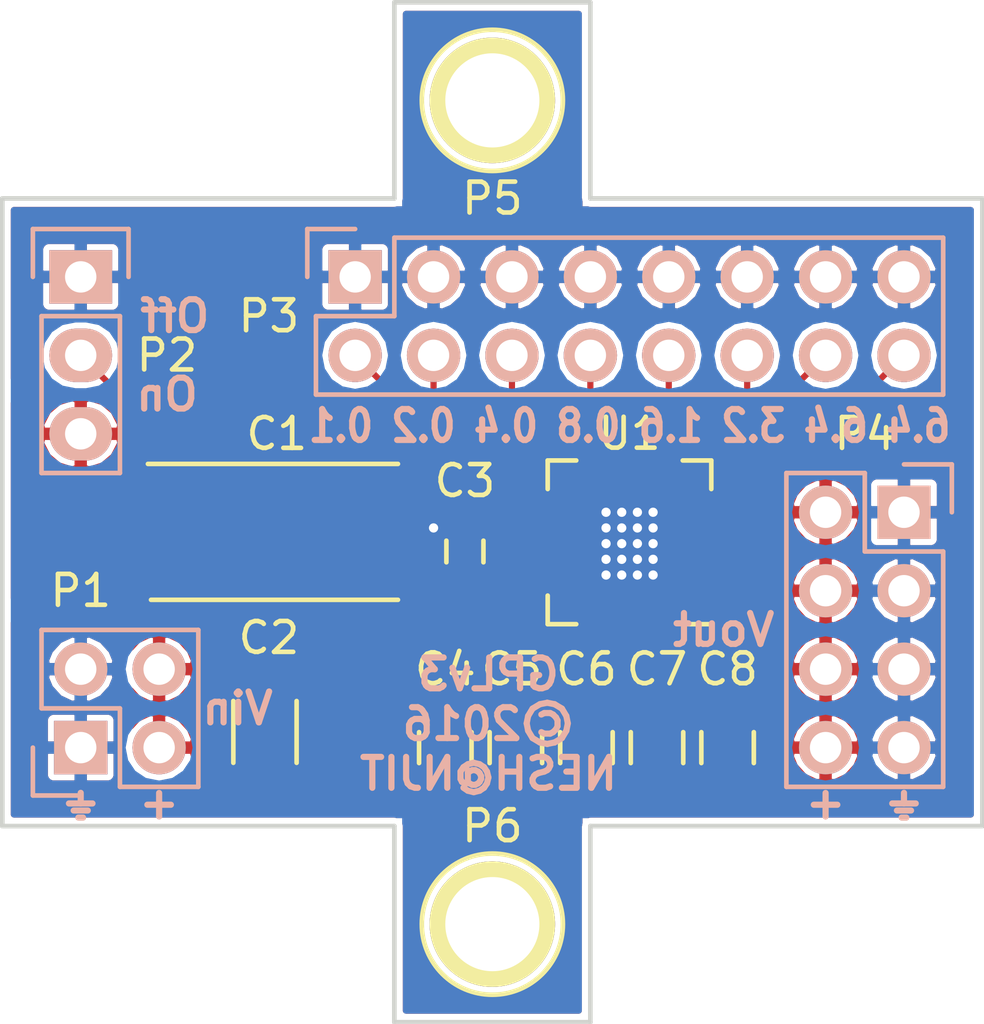
<source format=kicad_pcb>
(kicad_pcb (version 4) (host pcbnew 4.0.2-stable)

  (general
    (links 58)
    (no_connects 2)
    (area 68.551667 20.244999 105.438334 53.934)
    (thickness 1.6)
    (drawings 22)
    (tracks 52)
    (zones 0)
    (modules 15)
    (nets 16)
  )

  (page User 177.8 101.6)
  (title_block
    (title "Low Dropout Adjustable Single Power Supply")
    (date 2016-06-18)
    (company NESH@NJIT)
    (comment 1 ©2016)
    (comment 2 GLPv3)
  )

  (layers
    (0 F.Cu signal)
    (31 B.Cu signal)
    (32 B.Adhes user)
    (33 F.Adhes user)
    (34 B.Paste user)
    (35 F.Paste user)
    (36 B.SilkS user)
    (37 F.SilkS user)
    (38 B.Mask user)
    (39 F.Mask user)
    (40 Dwgs.User user)
    (41 Cmts.User user)
    (42 Eco1.User user)
    (43 Eco2.User user)
    (44 Edge.Cuts user)
    (45 Margin user)
    (46 B.CrtYd user)
    (47 F.CrtYd user)
    (48 B.Fab user)
    (49 F.Fab user)
  )

  (setup
    (last_trace_width 0.2)
    (trace_clearance 0.2)
    (zone_clearance 0.2)
    (zone_45_only yes)
    (trace_min 0.2)
    (segment_width 0.2)
    (edge_width 0.15)
    (via_size 0.4)
    (via_drill 0.3)
    (via_min_size 0.4)
    (via_min_drill 0.3)
    (uvia_size 0.508)
    (uvia_drill 0.127)
    (uvias_allowed no)
    (uvia_min_size 0.2)
    (uvia_min_drill 0.1)
    (pcb_text_width 0.3)
    (pcb_text_size 1.5 1.5)
    (mod_edge_width 0.15)
    (mod_text_size 1 1)
    (mod_text_width 0.15)
    (pad_size 1 1.25)
    (pad_drill 0)
    (pad_to_mask_clearance 0.2)
    (aux_axis_origin 0 0)
    (visible_elements FFFFFF7F)
    (pcbplotparams
      (layerselection 0x010fc_80000001)
      (usegerberextensions true)
      (excludeedgelayer true)
      (linewidth 0.100000)
      (plotframeref false)
      (viasonmask false)
      (mode 1)
      (useauxorigin false)
      (hpglpennumber 1)
      (hpglpenspeed 20)
      (hpglpendiameter 15)
      (hpglpenoverlay 2)
      (psnegative false)
      (psa4output false)
      (plotreference true)
      (plotvalue false)
      (plotinvisibletext false)
      (padsonsilk false)
      (subtractmaskfromsilk false)
      (outputformat 1)
      (mirror false)
      (drillshape 0)
      (scaleselection 1)
      (outputdirectory gerber))
  )

  (net 0 "")
  (net 1 GND)
  (net 2 "Net-(C3-Pad1)")
  (net 3 "Net-(P2-Pad2)")
  (net 4 "Net-(P5-Pad1)")
  (net 5 "Net-(P6-Pad1)")
  (net 6 "Net-(P3-Pad2)")
  (net 7 "Net-(P3-Pad4)")
  (net 8 "Net-(P3-Pad6)")
  (net 9 "Net-(P3-Pad8)")
  (net 10 "Net-(P3-Pad10)")
  (net 11 "Net-(P3-Pad12)")
  (net 12 "Net-(P3-Pad14)")
  (net 13 "Net-(P3-Pad16)")
  (net 14 /Vin)
  (net 15 /Vout)

  (net_class Default "This is the default net class."
    (clearance 0.2)
    (trace_width 0.2)
    (via_dia 0.4)
    (via_drill 0.3)
    (uvia_dia 0.508)
    (uvia_drill 0.127)
    (add_net /Vin)
    (add_net /Vout)
    (add_net GND)
    (add_net "Net-(C3-Pad1)")
    (add_net "Net-(P2-Pad2)")
    (add_net "Net-(P3-Pad10)")
    (add_net "Net-(P3-Pad12)")
    (add_net "Net-(P3-Pad14)")
    (add_net "Net-(P3-Pad16)")
    (add_net "Net-(P3-Pad2)")
    (add_net "Net-(P3-Pad4)")
    (add_net "Net-(P3-Pad6)")
    (add_net "Net-(P3-Pad8)")
    (add_net "Net-(P5-Pad1)")
    (add_net "Net-(P6-Pad1)")
  )

  (module Capacitors_Tantalum_SMD:TantalC_SizeD_EIA-7343_Reflow (layer F.Cu) (tedit 5765466E) (tstamp 57653225)
    (at 80.137 37.465)
    (descr "Tantal Cap. , Size D, EIA-7343, Reflow")
    (tags "Tantal Capacitor Size-D EIA-7343 Reflow")
    (path /57630F37)
    (attr smd)
    (fp_text reference C1 (at -0.127 -3.175 180) (layer F.SilkS)
      (effects (font (size 1 1) (thickness 0.15)))
    )
    (fp_text value T495X476K035ATE300 (at -1.27 -3.81) (layer F.Fab) hide
      (effects (font (size 1 1) (thickness 0.15)))
    )
    (fp_line (start 4.6 -2.6) (end -4.6 -2.6) (layer F.CrtYd) (width 0.05))
    (fp_line (start -4.6 -2.6) (end -4.6 2.6) (layer F.CrtYd) (width 0.05))
    (fp_line (start -4.6 2.6) (end 4.6 2.6) (layer F.CrtYd) (width 0.05))
    (fp_line (start 4.6 2.6) (end 4.6 -2.6) (layer F.CrtYd) (width 0.05))
    (fp_line (start -4.2 2.2) (end 3.8 2.2) (layer F.SilkS) (width 0.15))
    (fp_line (start 3.8 -2.2) (end -4.3 -2.2) (layer F.SilkS) (width 0.15))
    (pad 2 smd rect (at 3.12 0) (size 2.37 2.43) (layers F.Cu F.Paste F.Mask)
      (net 1 GND))
    (pad 1 smd rect (at -3.12 0) (size 2.37 2.43) (layers F.Cu F.Paste F.Mask)
      (net 14 /Vin))
    (model Capacitors_Tantalum_SMD.3dshapes/TantalC_SizeD_EIA-7343_Reflow.wrl
      (at (xyz 0 0 0))
      (scale (xyz 1 1 1))
      (rotate (xyz 0 0 180))
    )
  )

  (module Housings_DFN_QFN:QFN-20-1EP_5x5mm_Pitch0.65mm (layer F.Cu) (tedit 57654665) (tstamp 576532A4)
    (at 91.4379 37.8033 180)
    (descr "20-Lead Plastic Quad Flat, No Lead Package (MQ) - 5x5x0.9 mm Body [QFN]; (see Microchip Packaging Specification 00000049BS.pdf)")
    (tags "QFN 0.65")
    (path /576300A7)
    (attr smd)
    (fp_text reference U1 (at 0 3.52 180) (layer F.SilkS)
      (effects (font (size 1 1) (thickness 0.15)))
    )
    (fp_text value TPS7A4700 (at 0 3.525 180) (layer F.Fab) hide
      (effects (font (size 1 1) (thickness 0.15)))
    )
    (fp_line (start -2.8 -2.8) (end -2.8 2.8) (layer F.CrtYd) (width 0.05))
    (fp_line (start 2.8 -2.8) (end 2.8 2.8) (layer F.CrtYd) (width 0.05))
    (fp_line (start -2.8 -2.8) (end 2.8 -2.8) (layer F.CrtYd) (width 0.05))
    (fp_line (start -2.8 2.8) (end 2.8 2.8) (layer F.CrtYd) (width 0.05))
    (fp_line (start 2.65 -2.65) (end 2.65 -1.725) (layer F.SilkS) (width 0.15))
    (fp_line (start -2.65 2.65) (end -2.65 1.725) (layer F.SilkS) (width 0.15))
    (fp_line (start 2.65 2.65) (end 2.65 1.725) (layer F.SilkS) (width 0.15))
    (fp_line (start -2.65 -2.65) (end -1.725 -2.65) (layer F.SilkS) (width 0.15))
    (fp_line (start -2.65 2.65) (end -1.725 2.65) (layer F.SilkS) (width 0.15))
    (fp_line (start 2.65 2.65) (end 1.725 2.65) (layer F.SilkS) (width 0.15))
    (fp_line (start 2.65 -2.65) (end 1.725 -2.65) (layer F.SilkS) (width 0.15))
    (pad 1 smd rect (at -2.25 -1.3 180) (size 0.55 0.4) (layers F.Cu F.Paste F.Mask)
      (net 15 /Vout))
    (pad 2 smd rect (at -2.25 -0.65 180) (size 0.55 0.4) (layers F.Cu F.Paste F.Mask)
      (net 1 GND))
    (pad 3 smd rect (at -2.25 0 180) (size 0.55 0.4) (layers F.Cu F.Paste F.Mask)
      (net 15 /Vout))
    (pad 4 smd rect (at -2.25 0.65 180) (size 0.55 0.4) (layers F.Cu F.Paste F.Mask)
      (net 13 "Net-(P3-Pad16)"))
    (pad 5 smd rect (at -2.25 1.3 180) (size 0.55 0.4) (layers F.Cu F.Paste F.Mask)
      (net 12 "Net-(P3-Pad14)"))
    (pad 6 smd rect (at -1.3 2.25 270) (size 0.55 0.4) (layers F.Cu F.Paste F.Mask)
      (net 11 "Net-(P3-Pad12)"))
    (pad 7 smd rect (at -0.65 2.25 270) (size 0.55 0.4) (layers F.Cu F.Paste F.Mask)
      (net 1 GND))
    (pad 8 smd rect (at 0 2.25 270) (size 0.55 0.4) (layers F.Cu F.Paste F.Mask)
      (net 10 "Net-(P3-Pad10)"))
    (pad 9 smd rect (at 0.65 2.25 270) (size 0.55 0.4) (layers F.Cu F.Paste F.Mask)
      (net 9 "Net-(P3-Pad8)"))
    (pad 10 smd rect (at 1.3 2.25 270) (size 0.55 0.4) (layers F.Cu F.Paste F.Mask)
      (net 8 "Net-(P3-Pad6)"))
    (pad 11 smd rect (at 2.25 1.3 180) (size 0.55 0.4) (layers F.Cu F.Paste F.Mask)
      (net 7 "Net-(P3-Pad4)"))
    (pad 12 smd rect (at 2.25 0.65 180) (size 0.55 0.4) (layers F.Cu F.Paste F.Mask)
      (net 6 "Net-(P3-Pad2)"))
    (pad 13 smd rect (at 2.25 0 180) (size 0.55 0.4) (layers F.Cu F.Paste F.Mask)
      (net 3 "Net-(P2-Pad2)"))
    (pad 14 smd rect (at 2.25 -0.65 180) (size 0.55 0.4) (layers F.Cu F.Paste F.Mask)
      (net 2 "Net-(C3-Pad1)"))
    (pad 15 smd rect (at 2.25 -1.3 180) (size 0.55 0.4) (layers F.Cu F.Paste F.Mask)
      (net 14 /Vin))
    (pad 16 smd rect (at 1.3 -2.25 270) (size 0.55 0.4) (layers F.Cu F.Paste F.Mask)
      (net 14 /Vin))
    (pad 17 smd rect (at 0.65 -2.25 270) (size 0.55 0.4) (layers F.Cu F.Paste F.Mask)
      (net 1 GND))
    (pad 18 smd rect (at 0 -2.25 270) (size 0.55 0.4) (layers F.Cu F.Paste F.Mask)
      (net 1 GND))
    (pad 19 smd rect (at -0.65 -2.25 270) (size 0.55 0.4) (layers F.Cu F.Paste F.Mask)
      (net 1 GND))
    (pad 20 smd rect (at -1.3 -2.25 270) (size 0.55 0.4) (layers F.Cu F.Paste F.Mask)
      (net 15 /Vout))
    (pad 21 smd rect (at 0.8375 0.8375 180) (size 1.675 1.675) (layers F.Cu F.Paste F.Mask)
      (net 1 GND) (solder_paste_margin_ratio -0.2))
    (pad 21 smd rect (at 0.8375 -0.8375 180) (size 1.675 1.675) (layers F.Cu F.Paste F.Mask)
      (net 1 GND) (solder_paste_margin_ratio -0.2))
    (pad 21 smd rect (at -0.8375 0.8375 180) (size 1.675 1.675) (layers F.Cu F.Paste F.Mask)
      (net 1 GND) (solder_paste_margin_ratio -0.2))
    (pad 21 smd rect (at -0.8375 -0.8375 180) (size 1.675 1.675) (layers F.Cu F.Paste F.Mask)
      (net 1 GND) (solder_paste_margin_ratio -0.2))
    (model Housings_DFN_QFN.3dshapes/QFN-20-1EP_5x5mm_Pitch0.65mm.wrl
      (at (xyz 0 0 0))
      (scale (xyz 1 1 1))
      (rotate (xyz 0 0 0))
    )
  )

  (module Capacitors_SMD:C_1206 (layer F.Cu) (tedit 576542A6) (tstamp 5765322B)
    (at 79.629 43.942 270)
    (descr "Capacitor SMD 1206, reflow soldering, AVX (see smccp.pdf)")
    (tags "capacitor 1206")
    (path /57630D50)
    (attr smd)
    (fp_text reference C2 (at -3.048 -0.127 360) (layer F.SilkS)
      (effects (font (size 1 1) (thickness 0.15)))
    )
    (fp_text value UMK316BBJ106KL-T (at -5.08 0 270) (layer F.Fab) hide
      (effects (font (size 1 1) (thickness 0.15)))
    )
    (fp_line (start -2.3 -1.15) (end 2.3 -1.15) (layer F.CrtYd) (width 0.05))
    (fp_line (start -2.3 1.15) (end 2.3 1.15) (layer F.CrtYd) (width 0.05))
    (fp_line (start -2.3 -1.15) (end -2.3 1.15) (layer F.CrtYd) (width 0.05))
    (fp_line (start 2.3 -1.15) (end 2.3 1.15) (layer F.CrtYd) (width 0.05))
    (fp_line (start 1 -1.025) (end -1 -1.025) (layer F.SilkS) (width 0.15))
    (fp_line (start -1 1.025) (end 1 1.025) (layer F.SilkS) (width 0.15))
    (pad 1 smd rect (at -1.5 0 270) (size 1 1.6) (layers F.Cu F.Paste F.Mask)
      (net 14 /Vin))
    (pad 2 smd rect (at 1.5 0 270) (size 1 1.6) (layers F.Cu F.Paste F.Mask)
      (net 1 GND))
    (model Capacitors_SMD.3dshapes/C_1206.wrl
      (at (xyz 0 0 0))
      (scale (xyz 1 1 1))
      (rotate (xyz 0 0 0))
    )
  )

  (module Pin_Headers:Pin_Header_Straight_2x04 (layer B.Cu) (tedit 57653F2F) (tstamp 5765327E)
    (at 100.33 36.83 180)
    (descr "Through hole pin header")
    (tags "pin header")
    (path /5763A441)
    (fp_text reference P4 (at 1.27 2.54 180) (layer F.SilkS)
      (effects (font (size 1 1) (thickness 0.15)))
    )
    (fp_text value CONN_02X04 (at 0 3.1 180) (layer B.Fab) hide
      (effects (font (size 1 1) (thickness 0.15)) (justify mirror))
    )
    (fp_line (start -1.75 1.75) (end -1.75 -9.4) (layer B.CrtYd) (width 0.05))
    (fp_line (start 4.3 1.75) (end 4.3 -9.4) (layer B.CrtYd) (width 0.05))
    (fp_line (start -1.75 1.75) (end 4.3 1.75) (layer B.CrtYd) (width 0.05))
    (fp_line (start -1.75 -9.4) (end 4.3 -9.4) (layer B.CrtYd) (width 0.05))
    (fp_line (start -1.27 -1.27) (end -1.27 -8.89) (layer B.SilkS) (width 0.15))
    (fp_line (start -1.27 -8.89) (end 3.81 -8.89) (layer B.SilkS) (width 0.15))
    (fp_line (start 3.81 -8.89) (end 3.81 1.27) (layer B.SilkS) (width 0.15))
    (fp_line (start 3.81 1.27) (end 1.27 1.27) (layer B.SilkS) (width 0.15))
    (fp_line (start 0 1.55) (end -1.55 1.55) (layer B.SilkS) (width 0.15))
    (fp_line (start 1.27 1.27) (end 1.27 -1.27) (layer B.SilkS) (width 0.15))
    (fp_line (start 1.27 -1.27) (end -1.27 -1.27) (layer B.SilkS) (width 0.15))
    (fp_line (start -1.55 1.55) (end -1.55 0) (layer B.SilkS) (width 0.15))
    (pad 1 thru_hole rect (at 0 0 180) (size 1.7272 1.7272) (drill 1.016) (layers *.Cu *.Mask B.SilkS)
      (net 1 GND))
    (pad 2 thru_hole oval (at 2.54 0 180) (size 1.7272 1.7272) (drill 1.016) (layers *.Cu *.Mask B.SilkS)
      (net 15 /Vout))
    (pad 3 thru_hole oval (at 0 -2.54 180) (size 1.7272 1.7272) (drill 1.016) (layers *.Cu *.Mask B.SilkS)
      (net 1 GND))
    (pad 4 thru_hole oval (at 2.54 -2.54 180) (size 1.7272 1.7272) (drill 1.016) (layers *.Cu *.Mask B.SilkS)
      (net 15 /Vout))
    (pad 5 thru_hole oval (at 0 -5.08 180) (size 1.7272 1.7272) (drill 1.016) (layers *.Cu *.Mask B.SilkS)
      (net 1 GND))
    (pad 6 thru_hole oval (at 2.54 -5.08 180) (size 1.7272 1.7272) (drill 1.016) (layers *.Cu *.Mask B.SilkS)
      (net 15 /Vout))
    (pad 7 thru_hole oval (at 0 -7.62 180) (size 1.7272 1.7272) (drill 1.016) (layers *.Cu *.Mask B.SilkS)
      (net 1 GND))
    (pad 8 thru_hole oval (at 2.54 -7.62 180) (size 1.7272 1.7272) (drill 1.016) (layers *.Cu *.Mask B.SilkS)
      (net 15 /Vout))
    (model Pin_Headers.3dshapes/Pin_Header_Straight_2x04.wrl
      (at (xyz 0.05 -0.15 0))
      (scale (xyz 1 1 1))
      (rotate (xyz 0 0 90))
    )
  )

  (module Capacitors_SMD:C_0603 (layer F.Cu) (tedit 57654663) (tstamp 57653231)
    (at 86.106 38.1 90)
    (descr "Capacitor SMD 0603, reflow soldering, AVX (see smccp.pdf)")
    (tags "capacitor 0603")
    (path /576307E2)
    (attr smd)
    (fp_text reference C3 (at 2.286 0 180) (layer F.SilkS)
      (effects (font (size 1 1) (thickness 0.15)))
    )
    (fp_text value UMK107BJ105KA-T (at 0 1.9 90) (layer F.Fab) hide
      (effects (font (size 1 1) (thickness 0.15)))
    )
    (fp_line (start -1.45 -0.75) (end 1.45 -0.75) (layer F.CrtYd) (width 0.05))
    (fp_line (start -1.45 0.75) (end 1.45 0.75) (layer F.CrtYd) (width 0.05))
    (fp_line (start -1.45 -0.75) (end -1.45 0.75) (layer F.CrtYd) (width 0.05))
    (fp_line (start 1.45 -0.75) (end 1.45 0.75) (layer F.CrtYd) (width 0.05))
    (fp_line (start -0.35 -0.6) (end 0.35 -0.6) (layer F.SilkS) (width 0.15))
    (fp_line (start 0.35 0.6) (end -0.35 0.6) (layer F.SilkS) (width 0.15))
    (pad 1 smd rect (at -0.75 0 90) (size 0.8 0.75) (layers F.Cu F.Paste F.Mask)
      (net 2 "Net-(C3-Pad1)"))
    (pad 2 smd rect (at 0.75 0 90) (size 0.8 0.75) (layers F.Cu F.Paste F.Mask)
      (net 1 GND))
    (model Capacitors_SMD.3dshapes/C_0603.wrl
      (at (xyz 0 0 0))
      (scale (xyz 1 1 1))
      (rotate (xyz 0 0 0))
    )
  )

  (module Capacitors_SMD:C_0805 (layer F.Cu) (tedit 57654209) (tstamp 57653237)
    (at 85.471 44.45 270)
    (descr "Capacitor SMD 0805, reflow soldering, AVX (see smccp.pdf)")
    (tags "capacitor 0805")
    (path /57630B9D)
    (attr smd)
    (fp_text reference C4 (at -2.54 0 360) (layer F.SilkS)
      (effects (font (size 1 1) (thickness 0.15)))
    )
    (fp_text value GRM21BR6YA106KE43L (at -3.81 0 270) (layer F.Fab) hide
      (effects (font (size 1 1) (thickness 0.15)))
    )
    (fp_line (start -1.8 -1) (end 1.8 -1) (layer F.CrtYd) (width 0.05))
    (fp_line (start -1.8 1) (end 1.8 1) (layer F.CrtYd) (width 0.05))
    (fp_line (start -1.8 -1) (end -1.8 1) (layer F.CrtYd) (width 0.05))
    (fp_line (start 1.8 -1) (end 1.8 1) (layer F.CrtYd) (width 0.05))
    (fp_line (start 0.5 -0.85) (end -0.5 -0.85) (layer F.SilkS) (width 0.15))
    (fp_line (start -0.5 0.85) (end 0.5 0.85) (layer F.SilkS) (width 0.15))
    (pad 1 smd rect (at -1 0 270) (size 1 1.25) (layers F.Cu F.Paste F.Mask)
      (net 15 /Vout))
    (pad 2 smd rect (at 1 0 270) (size 1 1.25) (layers F.Cu F.Paste F.Mask)
      (net 1 GND))
    (model Capacitors_SMD.3dshapes/C_0805.wrl
      (at (xyz 0 0 0))
      (scale (xyz 1 1 1))
      (rotate (xyz 0 0 0))
    )
  )

  (module Capacitors_SMD:C_0805 (layer F.Cu) (tedit 5765420C) (tstamp 5765323D)
    (at 87.757 44.45 270)
    (descr "Capacitor SMD 0805, reflow soldering, AVX (see smccp.pdf)")
    (tags "capacitor 0805")
    (path /5764BABD)
    (attr smd)
    (fp_text reference C5 (at -2.54 0.127 360) (layer F.SilkS)
      (effects (font (size 1 1) (thickness 0.15)))
    )
    (fp_text value GRM21BR6YA106KE43L (at -3.81 0 270) (layer F.Fab) hide
      (effects (font (size 1 1) (thickness 0.15)))
    )
    (fp_line (start -1.8 -1) (end 1.8 -1) (layer F.CrtYd) (width 0.05))
    (fp_line (start -1.8 1) (end 1.8 1) (layer F.CrtYd) (width 0.05))
    (fp_line (start -1.8 -1) (end -1.8 1) (layer F.CrtYd) (width 0.05))
    (fp_line (start 1.8 -1) (end 1.8 1) (layer F.CrtYd) (width 0.05))
    (fp_line (start 0.5 -0.85) (end -0.5 -0.85) (layer F.SilkS) (width 0.15))
    (fp_line (start -0.5 0.85) (end 0.5 0.85) (layer F.SilkS) (width 0.15))
    (pad 1 smd rect (at -1 0 270) (size 1 1.25) (layers F.Cu F.Paste F.Mask)
      (net 15 /Vout))
    (pad 2 smd rect (at 1 0 270) (size 1 1.25) (layers F.Cu F.Paste F.Mask)
      (net 1 GND))
    (model Capacitors_SMD.3dshapes/C_0805.wrl
      (at (xyz 0 0 0))
      (scale (xyz 1 1 1))
      (rotate (xyz 0 0 0))
    )
  )

  (module Capacitors_SMD:C_0805 (layer F.Cu) (tedit 5765420F) (tstamp 57653243)
    (at 90.043 44.45 270)
    (descr "Capacitor SMD 0805, reflow soldering, AVX (see smccp.pdf)")
    (tags "capacitor 0805")
    (path /5764BB0C)
    (attr smd)
    (fp_text reference C6 (at -2.54 0 360) (layer F.SilkS)
      (effects (font (size 1 1) (thickness 0.15)))
    )
    (fp_text value GRM21BR6YA106KE43L (at -3.81 0 270) (layer F.Fab) hide
      (effects (font (size 1 1) (thickness 0.15)))
    )
    (fp_line (start -1.8 -1) (end 1.8 -1) (layer F.CrtYd) (width 0.05))
    (fp_line (start -1.8 1) (end 1.8 1) (layer F.CrtYd) (width 0.05))
    (fp_line (start -1.8 -1) (end -1.8 1) (layer F.CrtYd) (width 0.05))
    (fp_line (start 1.8 -1) (end 1.8 1) (layer F.CrtYd) (width 0.05))
    (fp_line (start 0.5 -0.85) (end -0.5 -0.85) (layer F.SilkS) (width 0.15))
    (fp_line (start -0.5 0.85) (end 0.5 0.85) (layer F.SilkS) (width 0.15))
    (pad 1 smd rect (at -1 0 270) (size 1 1.25) (layers F.Cu F.Paste F.Mask)
      (net 15 /Vout))
    (pad 2 smd rect (at 1 0 270) (size 1 1.25) (layers F.Cu F.Paste F.Mask)
      (net 1 GND))
    (model Capacitors_SMD.3dshapes/C_0805.wrl
      (at (xyz 0 0 0))
      (scale (xyz 1 1 1))
      (rotate (xyz 0 0 0))
    )
  )

  (module Capacitors_SMD:C_0805 (layer F.Cu) (tedit 57654213) (tstamp 57653249)
    (at 92.329 44.45 270)
    (descr "Capacitor SMD 0805, reflow soldering, AVX (see smccp.pdf)")
    (tags "capacitor 0805")
    (path /5764BB6A)
    (attr smd)
    (fp_text reference C7 (at -2.54 0 360) (layer F.SilkS)
      (effects (font (size 1 1) (thickness 0.15)))
    )
    (fp_text value GRM21BR6YA106KE43L (at -3.81 0 270) (layer F.Fab) hide
      (effects (font (size 1 1) (thickness 0.15)))
    )
    (fp_line (start -1.8 -1) (end 1.8 -1) (layer F.CrtYd) (width 0.05))
    (fp_line (start -1.8 1) (end 1.8 1) (layer F.CrtYd) (width 0.05))
    (fp_line (start -1.8 -1) (end -1.8 1) (layer F.CrtYd) (width 0.05))
    (fp_line (start 1.8 -1) (end 1.8 1) (layer F.CrtYd) (width 0.05))
    (fp_line (start 0.5 -0.85) (end -0.5 -0.85) (layer F.SilkS) (width 0.15))
    (fp_line (start -0.5 0.85) (end 0.5 0.85) (layer F.SilkS) (width 0.15))
    (pad 1 smd rect (at -1 0 270) (size 1 1.25) (layers F.Cu F.Paste F.Mask)
      (net 15 /Vout))
    (pad 2 smd rect (at 1 0 270) (size 1 1.25) (layers F.Cu F.Paste F.Mask)
      (net 1 GND))
    (model Capacitors_SMD.3dshapes/C_0805.wrl
      (at (xyz 0 0 0))
      (scale (xyz 1 1 1))
      (rotate (xyz 0 0 0))
    )
  )

  (module Capacitors_SMD:C_0805 (layer F.Cu) (tedit 57658F75) (tstamp 5765324F)
    (at 94.615 44.45 270)
    (descr "Capacitor SMD 0805, reflow soldering, AVX (see smccp.pdf)")
    (tags "capacitor 0805")
    (path /5764BBA1)
    (attr smd)
    (fp_text reference C8 (at -2.54 0 360) (layer F.SilkS)
      (effects (font (size 1 1) (thickness 0.15)))
    )
    (fp_text value GRM21BR6YA106KE43L (at -3.81 0 270) (layer F.Fab) hide
      (effects (font (size 1 1) (thickness 0.15)))
    )
    (fp_line (start -1.8 -1) (end 1.8 -1) (layer F.CrtYd) (width 0.05))
    (fp_line (start -1.8 1) (end 1.8 1) (layer F.CrtYd) (width 0.05))
    (fp_line (start -1.8 -1) (end -1.8 1) (layer F.CrtYd) (width 0.05))
    (fp_line (start 1.8 -1) (end 1.8 1) (layer F.CrtYd) (width 0.05))
    (fp_line (start 0.5 -0.85) (end -0.5 -0.85) (layer F.SilkS) (width 0.15))
    (fp_line (start -0.5 0.85) (end 0.5 0.85) (layer F.SilkS) (width 0.15))
    (pad 1 smd rect (at -1 0 270) (size 1 1.25) (layers F.Cu F.Paste F.Mask)
      (net 15 /Vout))
    (pad 2 smd rect (at 1 0 270) (size 1 1.25) (layers F.Cu F.Paste F.Mask)
      (net 1 GND))
    (model Capacitors_SMD.3dshapes/C_0805.wrl
      (at (xyz 0 0 0))
      (scale (xyz 1 1 1))
      (rotate (xyz 0 0 0))
    )
  )

  (module Pin_Headers:Pin_Header_Straight_2x02 (layer B.Cu) (tedit 5765464B) (tstamp 57653257)
    (at 73.66 44.45)
    (descr "Through hole pin header")
    (tags "pin header")
    (path /5763962A)
    (fp_text reference P1 (at 0 -5.08) (layer F.SilkS)
      (effects (font (size 1 1) (thickness 0.15)))
    )
    (fp_text value CONN_02X02 (at 0 3.1) (layer B.Fab) hide
      (effects (font (size 1 1) (thickness 0.15)) (justify mirror))
    )
    (fp_line (start -1.75 1.75) (end -1.75 -4.3) (layer B.CrtYd) (width 0.05))
    (fp_line (start 4.3 1.75) (end 4.3 -4.3) (layer B.CrtYd) (width 0.05))
    (fp_line (start -1.75 1.75) (end 4.3 1.75) (layer B.CrtYd) (width 0.05))
    (fp_line (start -1.75 -4.3) (end 4.3 -4.3) (layer B.CrtYd) (width 0.05))
    (fp_line (start -1.55 0) (end -1.55 1.55) (layer B.SilkS) (width 0.15))
    (fp_line (start 0 1.55) (end -1.55 1.55) (layer B.SilkS) (width 0.15))
    (fp_line (start -1.27 -1.27) (end 1.27 -1.27) (layer B.SilkS) (width 0.15))
    (fp_line (start 1.27 -1.27) (end 1.27 1.27) (layer B.SilkS) (width 0.15))
    (fp_line (start 1.27 1.27) (end 3.81 1.27) (layer B.SilkS) (width 0.15))
    (fp_line (start 3.81 1.27) (end 3.81 -3.81) (layer B.SilkS) (width 0.15))
    (fp_line (start 3.81 -3.81) (end -1.27 -3.81) (layer B.SilkS) (width 0.15))
    (fp_line (start -1.27 -3.81) (end -1.27 -1.27) (layer B.SilkS) (width 0.15))
    (pad 1 thru_hole rect (at 0 0) (size 1.7272 1.7272) (drill 1.016) (layers *.Cu *.Mask B.SilkS)
      (net 1 GND))
    (pad 2 thru_hole oval (at 2.54 0) (size 1.7272 1.7272) (drill 1.016) (layers *.Cu *.Mask B.SilkS)
      (net 14 /Vin))
    (pad 3 thru_hole oval (at 0 -2.54) (size 1.7272 1.7272) (drill 1.016) (layers *.Cu *.Mask B.SilkS)
      (net 1 GND))
    (pad 4 thru_hole oval (at 2.54 -2.54) (size 1.7272 1.7272) (drill 1.016) (layers *.Cu *.Mask B.SilkS)
      (net 14 /Vin))
    (model Pin_Headers.3dshapes/Pin_Header_Straight_2x02.wrl
      (at (xyz 0.05 -0.05 0))
      (scale (xyz 1 1 1))
      (rotate (xyz 0 0 90))
    )
  )

  (module Pin_Headers:Pin_Header_Straight_1x03 (layer B.Cu) (tedit 5765404F) (tstamp 5765325E)
    (at 73.66 29.21 180)
    (descr "Through hole pin header")
    (tags "pin header")
    (path /576303FB)
    (fp_text reference P2 (at -2.794 -2.54 180) (layer F.SilkS)
      (effects (font (size 1 1) (thickness 0.15)))
    )
    (fp_text value CONN_01X03 (at 0 3.1 180) (layer B.Fab) hide
      (effects (font (size 1 1) (thickness 0.15)) (justify mirror))
    )
    (fp_line (start -1.75 1.75) (end -1.75 -6.85) (layer B.CrtYd) (width 0.05))
    (fp_line (start 1.75 1.75) (end 1.75 -6.85) (layer B.CrtYd) (width 0.05))
    (fp_line (start -1.75 1.75) (end 1.75 1.75) (layer B.CrtYd) (width 0.05))
    (fp_line (start -1.75 -6.85) (end 1.75 -6.85) (layer B.CrtYd) (width 0.05))
    (fp_line (start -1.27 -1.27) (end -1.27 -6.35) (layer B.SilkS) (width 0.15))
    (fp_line (start -1.27 -6.35) (end 1.27 -6.35) (layer B.SilkS) (width 0.15))
    (fp_line (start 1.27 -6.35) (end 1.27 -1.27) (layer B.SilkS) (width 0.15))
    (fp_line (start 1.55 1.55) (end 1.55 0) (layer B.SilkS) (width 0.15))
    (fp_line (start 1.27 -1.27) (end -1.27 -1.27) (layer B.SilkS) (width 0.15))
    (fp_line (start -1.55 0) (end -1.55 1.55) (layer B.SilkS) (width 0.15))
    (fp_line (start -1.55 1.55) (end 1.55 1.55) (layer B.SilkS) (width 0.15))
    (pad 1 thru_hole rect (at 0 0 180) (size 2.032 1.7272) (drill 1.016) (layers *.Cu *.Mask B.SilkS)
      (net 1 GND))
    (pad 2 thru_hole oval (at 0 -2.54 180) (size 2.032 1.7272) (drill 1.016) (layers *.Cu *.Mask B.SilkS)
      (net 3 "Net-(P2-Pad2)"))
    (pad 3 thru_hole oval (at 0 -5.08 180) (size 2.032 1.7272) (drill 1.016) (layers *.Cu *.Mask B.SilkS)
      (net 14 /Vin))
    (model Pin_Headers.3dshapes/Pin_Header_Straight_1x03.wrl
      (at (xyz 0 -0.1 0))
      (scale (xyz 1 1 1))
      (rotate (xyz 0 0 90))
    )
  )

  (module Pin_Headers:Pin_Header_Straight_2x08 (layer B.Cu) (tedit 5765465F) (tstamp 57653272)
    (at 82.55 29.21 270)
    (descr "Through hole pin header")
    (tags "pin header")
    (path /576301F0)
    (fp_text reference P3 (at 1.27 2.794 360) (layer F.SilkS)
      (effects (font (size 1 1) (thickness 0.15)))
    )
    (fp_text value CONN_02X08 (at 0 3.1 270) (layer B.Fab) hide
      (effects (font (size 1 1) (thickness 0.15)) (justify mirror))
    )
    (fp_line (start -1.75 1.75) (end -1.75 -19.55) (layer B.CrtYd) (width 0.05))
    (fp_line (start 4.3 1.75) (end 4.3 -19.55) (layer B.CrtYd) (width 0.05))
    (fp_line (start -1.75 1.75) (end 4.3 1.75) (layer B.CrtYd) (width 0.05))
    (fp_line (start -1.75 -19.55) (end 4.3 -19.55) (layer B.CrtYd) (width 0.05))
    (fp_line (start 3.81 -19.05) (end 3.81 1.27) (layer B.SilkS) (width 0.15))
    (fp_line (start -1.27 -1.27) (end -1.27 -19.05) (layer B.SilkS) (width 0.15))
    (fp_line (start 3.81 -19.05) (end -1.27 -19.05) (layer B.SilkS) (width 0.15))
    (fp_line (start 3.81 1.27) (end 1.27 1.27) (layer B.SilkS) (width 0.15))
    (fp_line (start 0 1.55) (end -1.55 1.55) (layer B.SilkS) (width 0.15))
    (fp_line (start 1.27 1.27) (end 1.27 -1.27) (layer B.SilkS) (width 0.15))
    (fp_line (start 1.27 -1.27) (end -1.27 -1.27) (layer B.SilkS) (width 0.15))
    (fp_line (start -1.55 1.55) (end -1.55 0) (layer B.SilkS) (width 0.15))
    (pad 1 thru_hole rect (at 0 0 270) (size 1.7272 1.7272) (drill 1.016) (layers *.Cu *.Mask B.SilkS)
      (net 1 GND))
    (pad 2 thru_hole oval (at 2.54 0 270) (size 1.7272 1.7272) (drill 1.016) (layers *.Cu *.Mask B.SilkS)
      (net 6 "Net-(P3-Pad2)"))
    (pad 3 thru_hole oval (at 0 -2.54 270) (size 1.7272 1.7272) (drill 1.016) (layers *.Cu *.Mask B.SilkS)
      (net 1 GND))
    (pad 4 thru_hole oval (at 2.54 -2.54 270) (size 1.7272 1.7272) (drill 1.016) (layers *.Cu *.Mask B.SilkS)
      (net 7 "Net-(P3-Pad4)"))
    (pad 5 thru_hole oval (at 0 -5.08 270) (size 1.7272 1.7272) (drill 1.016) (layers *.Cu *.Mask B.SilkS)
      (net 1 GND))
    (pad 6 thru_hole oval (at 2.54 -5.08 270) (size 1.7272 1.7272) (drill 1.016) (layers *.Cu *.Mask B.SilkS)
      (net 8 "Net-(P3-Pad6)"))
    (pad 7 thru_hole oval (at 0 -7.62 270) (size 1.7272 1.7272) (drill 1.016) (layers *.Cu *.Mask B.SilkS)
      (net 1 GND))
    (pad 8 thru_hole oval (at 2.54 -7.62 270) (size 1.7272 1.7272) (drill 1.016) (layers *.Cu *.Mask B.SilkS)
      (net 9 "Net-(P3-Pad8)"))
    (pad 9 thru_hole oval (at 0 -10.16 270) (size 1.7272 1.7272) (drill 1.016) (layers *.Cu *.Mask B.SilkS)
      (net 1 GND))
    (pad 10 thru_hole oval (at 2.54 -10.16 270) (size 1.7272 1.7272) (drill 1.016) (layers *.Cu *.Mask B.SilkS)
      (net 10 "Net-(P3-Pad10)"))
    (pad 11 thru_hole oval (at 0 -12.7 270) (size 1.7272 1.7272) (drill 1.016) (layers *.Cu *.Mask B.SilkS)
      (net 1 GND))
    (pad 12 thru_hole oval (at 2.54 -12.7 270) (size 1.7272 1.7272) (drill 1.016) (layers *.Cu *.Mask B.SilkS)
      (net 11 "Net-(P3-Pad12)"))
    (pad 13 thru_hole oval (at 0 -15.24 270) (size 1.7272 1.7272) (drill 1.016) (layers *.Cu *.Mask B.SilkS)
      (net 1 GND))
    (pad 14 thru_hole oval (at 2.54 -15.24 270) (size 1.7272 1.7272) (drill 1.016) (layers *.Cu *.Mask B.SilkS)
      (net 12 "Net-(P3-Pad14)"))
    (pad 15 thru_hole oval (at 0 -17.78 270) (size 1.7272 1.7272) (drill 1.016) (layers *.Cu *.Mask B.SilkS)
      (net 1 GND))
    (pad 16 thru_hole oval (at 2.54 -17.78 270) (size 1.7272 1.7272) (drill 1.016) (layers *.Cu *.Mask B.SilkS)
      (net 13 "Net-(P3-Pad16)"))
    (model Pin_Headers.3dshapes/Pin_Header_Straight_2x08.wrl
      (at (xyz 0.05 -0.35 0))
      (scale (xyz 1 1 1))
      (rotate (xyz 0 0 90))
    )
  )

  (module Connect:1pin (layer F.Cu) (tedit 57653C49) (tstamp 57653283)
    (at 86.995 23.495)
    (descr "module 1 pin (ou trou mecanique de percage)")
    (tags DEV)
    (path /5764C21C)
    (fp_text reference P5 (at 0 3.175) (layer F.SilkS)
      (effects (font (size 1 1) (thickness 0.15)))
    )
    (fp_text value CONN_01X01 (at 0 2.794) (layer F.Fab) hide
      (effects (font (size 1 1) (thickness 0.15)))
    )
    (fp_circle (center 0 0) (end 0 -2.286) (layer F.SilkS) (width 0.15))
    (pad 1 thru_hole circle (at 0 0) (size 4.064 4.064) (drill 3.048) (layers *.Cu *.Mask F.SilkS)
      (net 4 "Net-(P5-Pad1)"))
  )

  (module Connect:1pin (layer F.Cu) (tedit 57654201) (tstamp 57653288)
    (at 86.995 50.165)
    (descr "module 1 pin (ou trou mecanique de percage)")
    (tags DEV)
    (path /5764C6A6)
    (fp_text reference P6 (at 0 -3.175) (layer F.SilkS)
      (effects (font (size 1 1) (thickness 0.15)))
    )
    (fp_text value CONN_01X01 (at 0 2.794) (layer F.Fab) hide
      (effects (font (size 1 1) (thickness 0.15)))
    )
    (fp_circle (center 0 0) (end 0 -2.286) (layer F.SilkS) (width 0.15))
    (pad 1 thru_hole circle (at 0 0) (size 4.064 4.064) (drill 3.048) (layers *.Cu *.Mask F.SilkS)
      (net 5 "Net-(P6-Pad1)"))
  )

  (gr_text "GPLv3\n©2016\nNESH@NJIT" (at 86.868 43.688) (layer B.SilkS) (tstamp 576595CA)
    (effects (font (size 1 1) (thickness 0.2)) (justify mirror))
  )
  (gr_text On (at 76.454 33.02) (layer B.SilkS) (tstamp 576594F2)
    (effects (font (size 1 1) (thickness 0.2)) (justify mirror))
  )
  (gr_text Off (at 76.708 30.48) (layer B.SilkS) (tstamp 576594CF)
    (effects (font (size 1 1) (thickness 0.2)) (justify mirror))
  )
  (gr_text ⏚ (at 73.66 46.355) (layer B.SilkS) (tstamp 576593EE)
    (effects (font (size 0.8 0.8) (thickness 0.2)) (justify mirror))
  )
  (gr_text + (at 76.2 46.228) (layer B.SilkS) (tstamp 576593ED)
    (effects (font (size 1 1) (thickness 0.2)) (justify mirror))
  )
  (gr_text Vin (at 78.74 43.18) (layer B.SilkS) (tstamp 576593D7)
    (effects (font (size 1 1) (thickness 0.2)) (justify mirror))
  )
  (gr_text ⏚ (at 100.33 46.355) (layer B.SilkS)
    (effects (font (size 0.8 0.8) (thickness 0.2)) (justify mirror))
  )
  (gr_text + (at 97.79 46.228) (layer B.SilkS)
    (effects (font (size 1 1) (thickness 0.2)) (justify mirror))
  )
  (gr_text Vout (at 94.488 40.64) (layer B.SilkS)
    (effects (font (size 1 1) (thickness 0.2)) (justify mirror))
  )
  (gr_text "6.4 6.4 3.2 1.6 0.8 0.4 0.2 0.1" (at 91.44 34.036) (layer B.SilkS)
    (effects (font (size 1 0.85) (thickness 0.2)) (justify mirror))
  )
  (gr_line (start 102.87 46.99) (end 102.87 26.67) (layer Edge.Cuts) (width 0.15))
  (gr_line (start 90.17 46.99) (end 102.87 46.99) (layer Edge.Cuts) (width 0.15))
  (gr_line (start 90.17 53.34) (end 90.17 46.99) (layer Edge.Cuts) (width 0.15))
  (gr_line (start 83.82 53.34) (end 90.17 53.34) (layer Edge.Cuts) (width 0.15))
  (gr_line (start 83.82 46.99) (end 83.82 53.34) (layer Edge.Cuts) (width 0.15))
  (gr_line (start 71.12 46.99) (end 83.82 46.99) (layer Edge.Cuts) (width 0.15))
  (gr_line (start 71.12 26.67) (end 71.12 46.99) (layer Edge.Cuts) (width 0.15))
  (gr_line (start 83.82 26.67) (end 71.12 26.67) (layer Edge.Cuts) (width 0.15))
  (gr_line (start 83.82 20.32) (end 83.82 26.67) (layer Edge.Cuts) (width 0.15))
  (gr_line (start 90.17 20.32) (end 83.82 20.32) (layer Edge.Cuts) (width 0.15))
  (gr_line (start 90.17 26.67) (end 90.17 20.32) (layer Edge.Cuts) (width 0.15))
  (gr_line (start 102.87 26.67) (end 90.17 26.67) (layer Edge.Cuts) (width 0.15))

  (via (at 85.09 37.338) (size 0.4) (drill 0.3) (layers F.Cu B.Cu) (net 1))
  (via (at 92.202 38.862) (size 0.4) (drill 0.3) (layers F.Cu B.Cu) (net 1) (status 30))
  (via (at 91.694 38.862) (size 0.4) (drill 0.3) (layers F.Cu B.Cu) (net 1) (status 30))
  (via (at 91.186 38.862) (size 0.4) (drill 0.3) (layers F.Cu B.Cu) (net 1) (status 30))
  (via (at 90.678 38.862) (size 0.4) (drill 0.3) (layers F.Cu B.Cu) (net 1) (status 30))
  (via (at 92.202 36.83) (size 0.4) (drill 0.3) (layers F.Cu B.Cu) (net 1) (status 30))
  (via (at 91.694 36.83) (size 0.4) (drill 0.3) (layers F.Cu B.Cu) (net 1) (status 30))
  (via (at 91.186 36.83) (size 0.4) (drill 0.3) (layers F.Cu B.Cu) (net 1) (status 30))
  (via (at 90.678 36.83) (size 0.4) (drill 0.3) (layers F.Cu B.Cu) (net 1) (status 30))
  (via (at 91.694 38.354) (size 0.4) (drill 0.3) (layers F.Cu B.Cu) (net 1) (status 30))
  (via (at 91.694 37.846) (size 0.4) (drill 0.3) (layers F.Cu B.Cu) (net 1) (status 30))
  (via (at 91.694 37.338) (size 0.4) (drill 0.3) (layers F.Cu B.Cu) (net 1) (status 30))
  (via (at 91.186 37.846) (size 0.4) (drill 0.3) (layers F.Cu B.Cu) (net 1) (status 30))
  (via (at 92.202 37.846) (size 0.4) (drill 0.3) (layers F.Cu B.Cu) (net 1) (status 30))
  (via (at 92.202 38.354) (size 0.4) (drill 0.3) (layers F.Cu B.Cu) (net 1) (status 30))
  (via (at 91.186 38.354) (size 0.4) (drill 0.3) (layers F.Cu B.Cu) (net 1) (status 30))
  (via (at 90.678 38.354) (size 0.4) (drill 0.3) (layers F.Cu B.Cu) (net 1) (status 30))
  (via (at 90.678 37.846) (size 0.4) (drill 0.3) (layers F.Cu B.Cu) (net 1) (status 30))
  (via (at 92.202 37.338) (size 0.4) (drill 0.3) (layers F.Cu B.Cu) (net 1) (status 30))
  (via (at 91.186 37.338) (size 0.4) (drill 0.3) (layers F.Cu B.Cu) (net 1) (status 30))
  (via (at 90.678 37.338) (size 0.4) (drill 0.3) (layers F.Cu B.Cu) (net 1) (status 30))
  (segment (start 89.1879 38.4533) (end 86.5027 38.4533) (width 0.2) (layer F.Cu) (net 2))
  (segment (start 86.5027 38.4533) (end 86.106 38.85) (width 0.2) (layer F.Cu) (net 2))
  (segment (start 85.09 34.29) (end 76.2 34.29) (width 0.2) (layer F.Cu) (net 3))
  (segment (start 88.61 37.81) (end 85.09 34.29) (width 0.2) (layer F.Cu) (net 3))
  (segment (start 89.19 37.81) (end 88.61 37.81) (width 0.2) (layer F.Cu) (net 3) (status 10))
  (segment (start 73.66 31.75) (end 76.2 34.29) (width 0.2) (layer F.Cu) (net 3) (status 10))
  (segment (start 85.09 33.655) (end 84.455 33.655) (width 0.2) (layer F.Cu) (net 6))
  (segment (start 84.455 33.655) (end 82.55 31.75) (width 0.2) (layer F.Cu) (net 6) (status 20))
  (segment (start 88.595 37.16) (end 85.09 33.655) (width 0.2) (layer F.Cu) (net 6))
  (segment (start 89.19 37.16) (end 88.595 37.16) (width 0.2) (layer F.Cu) (net 6) (status 10))
  (segment (start 85.09 33.02) (end 85.09 31.75) (width 0.2) (layer F.Cu) (net 7) (status 20))
  (segment (start 88.58 36.51) (end 85.09 33.02) (width 0.2) (layer F.Cu) (net 7))
  (segment (start 89.19 36.51) (end 88.58 36.51) (width 0.2) (layer F.Cu) (net 7) (status 10))
  (segment (start 90.14 35.56) (end 90.14 35.485) (width 0.2) (layer F.Cu) (net 8) (status 30))
  (segment (start 90.14 35.485) (end 87.63 32.975) (width 0.2) (layer F.Cu) (net 8) (status 10))
  (segment (start 87.63 32.975) (end 87.63 31.75) (width 0.2) (layer F.Cu) (net 8) (status 20))
  (segment (start 90.17 34.465) (end 90.17 31.75) (width 0.2) (layer F.Cu) (net 9) (status 20))
  (segment (start 90.79 35.56) (end 90.79 35.085) (width 0.2) (layer F.Cu) (net 9) (status 10))
  (segment (start 90.79 35.085) (end 90.17 34.465) (width 0.2) (layer F.Cu) (net 9))
  (segment (start 92.71 33.815) (end 92.71 31.75) (width 0.2) (layer F.Cu) (net 10) (status 20))
  (segment (start 91.44 35.56) (end 91.44 35.085) (width 0.2) (layer F.Cu) (net 10) (status 10))
  (segment (start 91.44 35.085) (end 92.71 33.815) (width 0.2) (layer F.Cu) (net 10))
  (segment (start 92.74 35.56) (end 92.74 35.485) (width 0.2) (layer F.Cu) (net 11) (status 30))
  (segment (start 92.74 35.485) (end 95.25 32.975) (width 0.2) (layer F.Cu) (net 11) (status 10))
  (segment (start 95.25 32.975) (end 95.25 31.75) (width 0.2) (layer F.Cu) (net 11) (status 20))
  (segment (start 93.69 36.51) (end 93.69 35.85) (width 0.2) (layer F.Cu) (net 12) (status 10))
  (segment (start 93.69 35.85) (end 97.79 31.75) (width 0.2) (layer F.Cu) (net 12) (status 20))
  (segment (start 98.305 33.02) (end 99.06 33.02) (width 0.2) (layer F.Cu) (net 13))
  (segment (start 99.06 33.02) (end 100.33 31.75) (width 0.2) (layer F.Cu) (net 13) (status 20))
  (segment (start 93.69 37.16) (end 94.165 37.16) (width 0.2) (layer F.Cu) (net 13) (status 10))
  (segment (start 94.165 37.16) (end 98.305 33.02) (width 0.2) (layer F.Cu) (net 13))

  (zone (net 15) (net_name /Vout) (layer F.Cu) (tstamp 0) (hatch edge 0.508)
    (connect_pads (clearance 0.2))
    (min_thickness 0.2)
    (fill yes (arc_segments 16) (thermal_gap 0.2) (thermal_bridge_width 0.4))
    (polygon
      (pts
        (xy 99.06 44.958) (xy 98.298 45.72) (xy 97.282 45.72) (xy 96.012 44.45) (xy 84.836 44.45)
        (xy 84.328 43.942) (xy 84.328 42.926) (xy 85.344 41.91) (xy 89.662 41.91) (xy 90.932 40.64)
        (xy 92.202 40.64) (xy 92.456 40.386) (xy 92.456 39.878) (xy 92.71 39.624) (xy 93.218 39.624)
        (xy 93.218 39.116) (xy 93.472 38.862) (xy 94.234 38.862) (xy 94.234 38.1) (xy 93.472 38.1)
        (xy 93.472 37.592) (xy 94.234 37.592) (xy 96.266 35.56) (xy 98.298 35.56) (xy 99.06 36.322)
      )
    )
    (filled_polygon
      (pts
        (xy 98.96 36.363422) (xy 98.96 44.916578) (xy 98.256578 45.62) (xy 97.323422 45.62) (xy 96.433545 44.730123)
        (xy 96.660621 44.730123) (xy 96.793324 45.050522) (xy 97.099001 45.386221) (xy 97.509876 45.579389) (xy 97.69 45.534305)
        (xy 97.69 44.55) (xy 97.89 44.55) (xy 97.89 45.534305) (xy 98.070124 45.579389) (xy 98.480999 45.386221)
        (xy 98.786676 45.050522) (xy 98.919379 44.730123) (xy 98.873997 44.55) (xy 97.89 44.55) (xy 97.69 44.55)
        (xy 96.706003 44.55) (xy 96.660621 44.730123) (xy 96.433545 44.730123) (xy 96.082711 44.379289) (xy 96.049629 44.35735)
        (xy 96.012 44.35) (xy 84.877422 44.35) (xy 84.771125 44.243703) (xy 84.786327 44.25) (xy 85.296 44.25)
        (xy 85.371 44.175) (xy 85.371 43.55) (xy 85.571 43.55) (xy 85.571 44.175) (xy 85.646 44.25)
        (xy 86.155673 44.25) (xy 86.265936 44.204328) (xy 86.350328 44.119937) (xy 86.396 44.009674) (xy 86.396 43.625)
        (xy 86.832 43.625) (xy 86.832 44.009674) (xy 86.877672 44.119937) (xy 86.962064 44.204328) (xy 87.072327 44.25)
        (xy 87.582 44.25) (xy 87.657 44.175) (xy 87.657 43.55) (xy 87.857 43.55) (xy 87.857 44.175)
        (xy 87.932 44.25) (xy 88.441673 44.25) (xy 88.551936 44.204328) (xy 88.636328 44.119937) (xy 88.682 44.009674)
        (xy 88.682 43.625) (xy 89.118 43.625) (xy 89.118 44.009674) (xy 89.163672 44.119937) (xy 89.248064 44.204328)
        (xy 89.358327 44.25) (xy 89.868 44.25) (xy 89.943 44.175) (xy 89.943 43.55) (xy 90.143 43.55)
        (xy 90.143 44.175) (xy 90.218 44.25) (xy 90.727673 44.25) (xy 90.837936 44.204328) (xy 90.922328 44.119937)
        (xy 90.968 44.009674) (xy 90.968 43.625) (xy 91.404 43.625) (xy 91.404 44.009674) (xy 91.449672 44.119937)
        (xy 91.534064 44.204328) (xy 91.644327 44.25) (xy 92.154 44.25) (xy 92.229 44.175) (xy 92.229 43.55)
        (xy 92.429 43.55) (xy 92.429 44.175) (xy 92.504 44.25) (xy 93.013673 44.25) (xy 93.123936 44.204328)
        (xy 93.208328 44.119937) (xy 93.254 44.009674) (xy 93.254 43.625) (xy 93.69 43.625) (xy 93.69 44.009674)
        (xy 93.735672 44.119937) (xy 93.820064 44.204328) (xy 93.930327 44.25) (xy 94.44 44.25) (xy 94.515 44.175)
        (xy 94.515 43.55) (xy 94.715 43.55) (xy 94.715 44.175) (xy 94.79 44.25) (xy 95.299673 44.25)
        (xy 95.409936 44.204328) (xy 95.444387 44.169877) (xy 96.660621 44.169877) (xy 96.706003 44.35) (xy 97.69 44.35)
        (xy 97.69 43.365695) (xy 97.89 43.365695) (xy 97.89 44.35) (xy 98.873997 44.35) (xy 98.919379 44.169877)
        (xy 98.786676 43.849478) (xy 98.480999 43.513779) (xy 98.070124 43.320611) (xy 97.89 43.365695) (xy 97.69 43.365695)
        (xy 97.509876 43.320611) (xy 97.099001 43.513779) (xy 96.793324 43.849478) (xy 96.660621 44.169877) (xy 95.444387 44.169877)
        (xy 95.494328 44.119937) (xy 95.54 44.009674) (xy 95.54 43.625) (xy 95.465 43.55) (xy 94.715 43.55)
        (xy 94.515 43.55) (xy 93.765 43.55) (xy 93.69 43.625) (xy 93.254 43.625) (xy 93.179 43.55)
        (xy 92.429 43.55) (xy 92.229 43.55) (xy 91.479 43.55) (xy 91.404 43.625) (xy 90.968 43.625)
        (xy 90.893 43.55) (xy 90.143 43.55) (xy 89.943 43.55) (xy 89.193 43.55) (xy 89.118 43.625)
        (xy 88.682 43.625) (xy 88.607 43.55) (xy 87.857 43.55) (xy 87.657 43.55) (xy 86.907 43.55)
        (xy 86.832 43.625) (xy 86.396 43.625) (xy 86.321 43.55) (xy 85.571 43.55) (xy 85.371 43.55)
        (xy 84.621 43.55) (xy 84.546 43.625) (xy 84.546 44.009674) (xy 84.552296 44.024874) (xy 84.428 43.900578)
        (xy 84.428 42.967422) (xy 84.574923 42.820499) (xy 84.546 42.890326) (xy 84.546 43.275) (xy 84.621 43.35)
        (xy 85.371 43.35) (xy 85.371 42.725) (xy 85.571 42.725) (xy 85.571 43.35) (xy 86.321 43.35)
        (xy 86.396 43.275) (xy 86.396 42.890326) (xy 86.832 42.890326) (xy 86.832 43.275) (xy 86.907 43.35)
        (xy 87.657 43.35) (xy 87.657 42.725) (xy 87.857 42.725) (xy 87.857 43.35) (xy 88.607 43.35)
        (xy 88.682 43.275) (xy 88.682 42.890326) (xy 89.118 42.890326) (xy 89.118 43.275) (xy 89.193 43.35)
        (xy 89.943 43.35) (xy 89.943 42.725) (xy 90.143 42.725) (xy 90.143 43.35) (xy 90.893 43.35)
        (xy 90.968 43.275) (xy 90.968 42.890326) (xy 91.404 42.890326) (xy 91.404 43.275) (xy 91.479 43.35)
        (xy 92.229 43.35) (xy 92.229 42.725) (xy 92.429 42.725) (xy 92.429 43.35) (xy 93.179 43.35)
        (xy 93.254 43.275) (xy 93.254 42.890326) (xy 93.69 42.890326) (xy 93.69 43.275) (xy 93.765 43.35)
        (xy 94.515 43.35) (xy 94.515 42.725) (xy 94.715 42.725) (xy 94.715 43.35) (xy 95.465 43.35)
        (xy 95.54 43.275) (xy 95.54 42.890326) (xy 95.494328 42.780063) (xy 95.409936 42.695672) (xy 95.299673 42.65)
        (xy 94.79 42.65) (xy 94.715 42.725) (xy 94.515 42.725) (xy 94.44 42.65) (xy 93.930327 42.65)
        (xy 93.820064 42.695672) (xy 93.735672 42.780063) (xy 93.69 42.890326) (xy 93.254 42.890326) (xy 93.208328 42.780063)
        (xy 93.123936 42.695672) (xy 93.013673 42.65) (xy 92.504 42.65) (xy 92.429 42.725) (xy 92.229 42.725)
        (xy 92.154 42.65) (xy 91.644327 42.65) (xy 91.534064 42.695672) (xy 91.449672 42.780063) (xy 91.404 42.890326)
        (xy 90.968 42.890326) (xy 90.922328 42.780063) (xy 90.837936 42.695672) (xy 90.727673 42.65) (xy 90.218 42.65)
        (xy 90.143 42.725) (xy 89.943 42.725) (xy 89.868 42.65) (xy 89.358327 42.65) (xy 89.248064 42.695672)
        (xy 89.163672 42.780063) (xy 89.118 42.890326) (xy 88.682 42.890326) (xy 88.636328 42.780063) (xy 88.551936 42.695672)
        (xy 88.441673 42.65) (xy 87.932 42.65) (xy 87.857 42.725) (xy 87.657 42.725) (xy 87.582 42.65)
        (xy 87.072327 42.65) (xy 86.962064 42.695672) (xy 86.877672 42.780063) (xy 86.832 42.890326) (xy 86.396 42.890326)
        (xy 86.350328 42.780063) (xy 86.265936 42.695672) (xy 86.155673 42.65) (xy 85.646 42.65) (xy 85.571 42.725)
        (xy 85.371 42.725) (xy 85.296 42.65) (xy 84.786327 42.65) (xy 84.716498 42.678924) (xy 85.205299 42.190123)
        (xy 96.660621 42.190123) (xy 96.793324 42.510522) (xy 97.099001 42.846221) (xy 97.509876 43.039389) (xy 97.69 42.994305)
        (xy 97.69 42.01) (xy 97.89 42.01) (xy 97.89 42.994305) (xy 98.070124 43.039389) (xy 98.480999 42.846221)
        (xy 98.786676 42.510522) (xy 98.919379 42.190123) (xy 98.873997 42.01) (xy 97.89 42.01) (xy 97.69 42.01)
        (xy 96.706003 42.01) (xy 96.660621 42.190123) (xy 85.205299 42.190123) (xy 85.385422 42.01) (xy 89.662 42.01)
        (xy 89.700906 42.002121) (xy 89.732711 41.980711) (xy 90.083545 41.629877) (xy 96.660621 41.629877) (xy 96.706003 41.81)
        (xy 97.69 41.81) (xy 97.69 40.825695) (xy 97.89 40.825695) (xy 97.89 41.81) (xy 98.873997 41.81)
        (xy 98.919379 41.629877) (xy 98.786676 41.309478) (xy 98.480999 40.973779) (xy 98.070124 40.780611) (xy 97.89 40.825695)
        (xy 97.69 40.825695) (xy 97.509876 40.780611) (xy 97.099001 40.973779) (xy 96.793324 41.309478) (xy 96.660621 41.629877)
        (xy 90.083545 41.629877) (xy 90.973422 40.74) (xy 92.202 40.74) (xy 92.240906 40.732121) (xy 92.272711 40.710711)
        (xy 92.363463 40.619959) (xy 92.399073 40.613258) (xy 92.41585 40.602463) (xy 92.478227 40.6283) (xy 92.5629 40.6283)
        (xy 92.6379 40.5533) (xy 92.6379 40.1533) (xy 92.8379 40.1533) (xy 92.8379 40.5533) (xy 92.9129 40.6283)
        (xy 92.997573 40.6283) (xy 93.107836 40.582628) (xy 93.192228 40.498237) (xy 93.2379 40.387974) (xy 93.2379 40.2283)
        (xy 93.1629 40.1533) (xy 92.8379 40.1533) (xy 92.6379 40.1533) (xy 92.6179 40.1533) (xy 92.6179 39.9533)
        (xy 92.6379 39.9533) (xy 92.6379 39.9333) (xy 92.8379 39.9333) (xy 92.8379 39.9533) (xy 93.1629 39.9533)
        (xy 93.2379 39.8783) (xy 93.2379 39.754361) (xy 93.326179 39.697555) (xy 93.358587 39.650123) (xy 96.660621 39.650123)
        (xy 96.793324 39.970522) (xy 97.099001 40.306221) (xy 97.509876 40.499389) (xy 97.69 40.454305) (xy 97.69 39.47)
        (xy 97.89 39.47) (xy 97.89 40.454305) (xy 98.070124 40.499389) (xy 98.480999 40.306221) (xy 98.786676 39.970522)
        (xy 98.919379 39.650123) (xy 98.873997 39.47) (xy 97.89 39.47) (xy 97.69 39.47) (xy 96.706003 39.47)
        (xy 96.660621 39.650123) (xy 93.358587 39.650123) (xy 93.39058 39.6033) (xy 93.5129 39.6033) (xy 93.5879 39.5283)
        (xy 93.5879 39.2033) (xy 93.7879 39.2033) (xy 93.7879 39.5283) (xy 93.8629 39.6033) (xy 94.022574 39.6033)
        (xy 94.132837 39.557628) (xy 94.217228 39.473236) (xy 94.2629 39.362973) (xy 94.2629 39.2783) (xy 94.1879 39.2033)
        (xy 93.7879 39.2033) (xy 93.5879 39.2033) (xy 93.5679 39.2033) (xy 93.5679 39.089877) (xy 96.660621 39.089877)
        (xy 96.706003 39.27) (xy 97.69 39.27) (xy 97.69 38.285695) (xy 97.89 38.285695) (xy 97.89 39.27)
        (xy 98.873997 39.27) (xy 98.919379 39.089877) (xy 98.786676 38.769478) (xy 98.480999 38.433779) (xy 98.070124 38.240611)
        (xy 97.89 38.285695) (xy 97.69 38.285695) (xy 97.509876 38.240611) (xy 97.099001 38.433779) (xy 96.793324 38.769478)
        (xy 96.660621 39.089877) (xy 93.5679 39.089877) (xy 93.5679 39.0033) (xy 93.5879 39.0033) (xy 93.5879 38.9833)
        (xy 93.7879 38.9833) (xy 93.7879 39.0033) (xy 94.1879 39.0033) (xy 94.2292 38.962) (xy 94.234 38.962)
        (xy 94.272906 38.954121) (xy 94.305681 38.931727) (xy 94.327161 38.898346) (xy 94.334 38.862) (xy 94.334 38.1)
        (xy 94.326121 38.061094) (xy 94.303727 38.028319) (xy 94.270346 38.006839) (xy 94.2629 38.005438) (xy 94.2629 37.9783)
        (xy 94.1879 37.9033) (xy 93.7879 37.9033) (xy 93.7879 37.9233) (xy 93.5879 37.9233) (xy 93.5879 37.9033)
        (xy 93.572 37.9033) (xy 93.572 37.7033) (xy 93.5879 37.7033) (xy 93.5879 37.692) (xy 93.7879 37.692)
        (xy 93.7879 37.7033) (xy 94.1879 37.7033) (xy 94.1992 37.692) (xy 94.234 37.692) (xy 94.272906 37.684121)
        (xy 94.304711 37.662711) (xy 94.857299 37.110123) (xy 96.660621 37.110123) (xy 96.793324 37.430522) (xy 97.099001 37.766221)
        (xy 97.509876 37.959389) (xy 97.69 37.914305) (xy 97.69 36.93) (xy 97.89 36.93) (xy 97.89 37.914305)
        (xy 98.070124 37.959389) (xy 98.480999 37.766221) (xy 98.786676 37.430522) (xy 98.919379 37.110123) (xy 98.873997 36.93)
        (xy 97.89 36.93) (xy 97.69 36.93) (xy 96.706003 36.93) (xy 96.660621 37.110123) (xy 94.857299 37.110123)
        (xy 95.417545 36.549877) (xy 96.660621 36.549877) (xy 96.706003 36.73) (xy 97.69 36.73) (xy 97.69 35.745695)
        (xy 97.89 35.745695) (xy 97.89 36.73) (xy 98.873997 36.73) (xy 98.919379 36.549877) (xy 98.786676 36.229478)
        (xy 98.480999 35.893779) (xy 98.070124 35.700611) (xy 97.89 35.745695) (xy 97.69 35.745695) (xy 97.509876 35.700611)
        (xy 97.099001 35.893779) (xy 96.793324 36.229478) (xy 96.660621 36.549877) (xy 95.417545 36.549877) (xy 96.307422 35.66)
        (xy 98.256578 35.66)
      )
    )
  )
  (zone (net 1) (net_name GND) (layer F.Cu) (tstamp 0) (hatch edge 0.508)
    (connect_pads (clearance 0.2))
    (min_thickness 0.2)
    (fill yes (arc_segments 16) (thermal_gap 0.2) (thermal_bridge_width 0.4))
    (polygon
      (pts
        (xy 71.628 40.132) (xy 71.374 40.386) (xy 71.374 46.736) (xy 84.074 46.736) (xy 84.074 53.086)
        (xy 89.916 53.086) (xy 89.916 46.736) (xy 102.87 46.736) (xy 102.616 26.924) (xy 89.916 26.924)
        (xy 89.916 20.574) (xy 84.074 20.574) (xy 84.074 26.924) (xy 71.374 26.924) (xy 71.374 32.512)
        (xy 71.628 32.766) (xy 71.882 32.766) (xy 72.136 32.512) (xy 72.136 31.242) (xy 72.898 30.48)
        (xy 74.422 30.48) (xy 75.184 31.242) (xy 75.184 32.766) (xy 76.454 34.036) (xy 84.328 34.036)
        (xy 83.312 33.02) (xy 81.788 33.02) (xy 81.28 32.512) (xy 81.28 30.988) (xy 81.788 30.48)
        (xy 100.838 30.48) (xy 101.6 31.242) (xy 101.6 32.258) (xy 100.838 33.02) (xy 99.568 33.02)
        (xy 99.06 33.528) (xy 98.298 33.528) (xy 96.52 35.306) (xy 98.552 35.306) (xy 99.314 36.068)
        (xy 99.314 45.212) (xy 98.552 45.974) (xy 97.028 45.974) (xy 95.758 44.704) (xy 84.582 44.704)
        (xy 84.074 44.196) (xy 78.486 44.196) (xy 76.962 45.72) (xy 75.438 45.72) (xy 74.93 45.212)
        (xy 74.93 40.64) (xy 74.422 40.132)
      )
    )
    (filled_polygon
      (pts
        (xy 89.795 26.67) (xy 89.816 26.775575) (xy 89.816 26.924) (xy 89.823879 26.962906) (xy 89.846273 26.995681)
        (xy 89.879654 27.017161) (xy 89.916 27.024) (xy 90.064425 27.024) (xy 90.17 27.045) (xy 102.495 27.045)
        (xy 102.495 46.615) (xy 90.17 46.615) (xy 90.064425 46.636) (xy 89.916 46.636) (xy 89.877094 46.643879)
        (xy 89.844319 46.666273) (xy 89.822839 46.699654) (xy 89.816 46.736) (xy 89.816 46.884425) (xy 89.795 46.99)
        (xy 89.795 52.965) (xy 84.195 52.965) (xy 84.195 50.626828) (xy 84.662596 50.626828) (xy 85.016873 51.484246)
        (xy 85.672303 52.140821) (xy 86.529101 52.496595) (xy 87.456828 52.497404) (xy 88.314246 52.143127) (xy 88.970821 51.487697)
        (xy 89.326595 50.630899) (xy 89.327404 49.703172) (xy 88.973127 48.845754) (xy 88.317697 48.189179) (xy 87.460899 47.833405)
        (xy 86.533172 47.832596) (xy 85.675754 48.186873) (xy 85.019179 48.842303) (xy 84.663405 49.699101) (xy 84.662596 50.626828)
        (xy 84.195 50.626828) (xy 84.195 46.99) (xy 84.174 46.884425) (xy 84.174 46.736) (xy 84.166121 46.697094)
        (xy 84.143727 46.664319) (xy 84.110346 46.642839) (xy 84.074 46.636) (xy 83.925575 46.636) (xy 83.82 46.615)
        (xy 71.495 46.615) (xy 71.495 44.625) (xy 72.4964 44.625) (xy 72.4964 45.373273) (xy 72.542072 45.483536)
        (xy 72.626463 45.567928) (xy 72.736726 45.6136) (xy 73.485 45.6136) (xy 73.56 45.5386) (xy 73.56 44.55)
        (xy 73.76 44.55) (xy 73.76 45.5386) (xy 73.835 45.6136) (xy 74.583274 45.6136) (xy 74.693537 45.567928)
        (xy 74.777928 45.483536) (xy 74.8236 45.373273) (xy 74.8236 44.625) (xy 74.7486 44.55) (xy 73.76 44.55)
        (xy 73.56 44.55) (xy 72.5714 44.55) (xy 72.4964 44.625) (xy 71.495 44.625) (xy 71.495 43.526727)
        (xy 72.4964 43.526727) (xy 72.4964 44.275) (xy 72.5714 44.35) (xy 73.56 44.35) (xy 73.56 43.3614)
        (xy 73.76 43.3614) (xy 73.76 44.35) (xy 74.7486 44.35) (xy 74.8236 44.275) (xy 74.8236 43.526727)
        (xy 74.777928 43.416464) (xy 74.693537 43.332072) (xy 74.583274 43.2864) (xy 73.835 43.2864) (xy 73.76 43.3614)
        (xy 73.56 43.3614) (xy 73.485 43.2864) (xy 72.736726 43.2864) (xy 72.626463 43.332072) (xy 72.542072 43.416464)
        (xy 72.4964 43.526727) (xy 71.495 43.526727) (xy 71.495 42.190123) (xy 72.530621 42.190123) (xy 72.663324 42.510522)
        (xy 72.969001 42.846221) (xy 73.379876 43.039389) (xy 73.56 42.994305) (xy 73.56 42.01) (xy 73.76 42.01)
        (xy 73.76 42.994305) (xy 73.940124 43.039389) (xy 74.350999 42.846221) (xy 74.656676 42.510522) (xy 74.789379 42.190123)
        (xy 74.743997 42.01) (xy 73.76 42.01) (xy 73.56 42.01) (xy 72.576003 42.01) (xy 72.530621 42.190123)
        (xy 71.495 42.190123) (xy 71.495 41.629877) (xy 72.530621 41.629877) (xy 72.576003 41.81) (xy 73.56 41.81)
        (xy 73.56 40.825695) (xy 73.76 40.825695) (xy 73.76 41.81) (xy 74.743997 41.81) (xy 74.789379 41.629877)
        (xy 74.656676 41.309478) (xy 74.350999 40.973779) (xy 73.940124 40.780611) (xy 73.76 40.825695) (xy 73.56 40.825695)
        (xy 73.379876 40.780611) (xy 72.969001 40.973779) (xy 72.663324 41.309478) (xy 72.530621 41.629877) (xy 71.495 41.629877)
        (xy 71.495 40.406422) (xy 71.669422 40.232) (xy 74.380578 40.232) (xy 74.83 40.681422) (xy 74.83 45.212)
        (xy 74.837879 45.250906) (xy 74.859289 45.282711) (xy 75.367289 45.790711) (xy 75.400371 45.81265) (xy 75.438 45.82)
        (xy 76.962 45.82) (xy 77.000906 45.812121) (xy 77.032711 45.790711) (xy 77.206422 45.617) (xy 78.529 45.617)
        (xy 78.529 46.001674) (xy 78.574672 46.111937) (xy 78.659064 46.196328) (xy 78.769327 46.242) (xy 79.454 46.242)
        (xy 79.529 46.167) (xy 79.529 45.542) (xy 79.729 45.542) (xy 79.729 46.167) (xy 79.804 46.242)
        (xy 80.488673 46.242) (xy 80.598936 46.196328) (xy 80.683328 46.111937) (xy 80.729 46.001674) (xy 80.729 45.625)
        (xy 84.546 45.625) (xy 84.546 46.009674) (xy 84.591672 46.119937) (xy 84.676064 46.204328) (xy 84.786327 46.25)
        (xy 85.296 46.25) (xy 85.371 46.175) (xy 85.371 45.55) (xy 85.571 45.55) (xy 85.571 46.175)
        (xy 85.646 46.25) (xy 86.155673 46.25) (xy 86.265936 46.204328) (xy 86.350328 46.119937) (xy 86.396 46.009674)
        (xy 86.396 45.625) (xy 86.832 45.625) (xy 86.832 46.009674) (xy 86.877672 46.119937) (xy 86.962064 46.204328)
        (xy 87.072327 46.25) (xy 87.582 46.25) (xy 87.657 46.175) (xy 87.657 45.55) (xy 87.857 45.55)
        (xy 87.857 46.175) (xy 87.932 46.25) (xy 88.441673 46.25) (xy 88.551936 46.204328) (xy 88.636328 46.119937)
        (xy 88.682 46.009674) (xy 88.682 45.625) (xy 89.118 45.625) (xy 89.118 46.009674) (xy 89.163672 46.119937)
        (xy 89.248064 46.204328) (xy 89.358327 46.25) (xy 89.868 46.25) (xy 89.943 46.175) (xy 89.943 45.55)
        (xy 90.143 45.55) (xy 90.143 46.175) (xy 90.218 46.25) (xy 90.727673 46.25) (xy 90.837936 46.204328)
        (xy 90.922328 46.119937) (xy 90.968 46.009674) (xy 90.968 45.625) (xy 91.404 45.625) (xy 91.404 46.009674)
        (xy 91.449672 46.119937) (xy 91.534064 46.204328) (xy 91.644327 46.25) (xy 92.154 46.25) (xy 92.229 46.175)
        (xy 92.229 45.55) (xy 92.429 45.55) (xy 92.429 46.175) (xy 92.504 46.25) (xy 93.013673 46.25)
        (xy 93.123936 46.204328) (xy 93.208328 46.119937) (xy 93.254 46.009674) (xy 93.254 45.625) (xy 93.69 45.625)
        (xy 93.69 46.009674) (xy 93.735672 46.119937) (xy 93.820064 46.204328) (xy 93.930327 46.25) (xy 94.44 46.25)
        (xy 94.515 46.175) (xy 94.515 45.55) (xy 94.715 45.55) (xy 94.715 46.175) (xy 94.79 46.25)
        (xy 95.299673 46.25) (xy 95.409936 46.204328) (xy 95.494328 46.119937) (xy 95.54 46.009674) (xy 95.54 45.625)
        (xy 95.465 45.55) (xy 94.715 45.55) (xy 94.515 45.55) (xy 93.765 45.55) (xy 93.69 45.625)
        (xy 93.254 45.625) (xy 93.179 45.55) (xy 92.429 45.55) (xy 92.229 45.55) (xy 91.479 45.55)
        (xy 91.404 45.625) (xy 90.968 45.625) (xy 90.893 45.55) (xy 90.143 45.55) (xy 89.943 45.55)
        (xy 89.193 45.55) (xy 89.118 45.625) (xy 88.682 45.625) (xy 88.607 45.55) (xy 87.857 45.55)
        (xy 87.657 45.55) (xy 86.907 45.55) (xy 86.832 45.625) (xy 86.396 45.625) (xy 86.321 45.55)
        (xy 85.571 45.55) (xy 85.371 45.55) (xy 84.621 45.55) (xy 84.546 45.625) (xy 80.729 45.625)
        (xy 80.729 45.617) (xy 80.654 45.542) (xy 79.729 45.542) (xy 79.529 45.542) (xy 78.604 45.542)
        (xy 78.529 45.617) (xy 77.206422 45.617) (xy 77.941096 44.882326) (xy 78.529 44.882326) (xy 78.529 45.267)
        (xy 78.604 45.342) (xy 79.529 45.342) (xy 79.529 44.717) (xy 79.729 44.717) (xy 79.729 45.342)
        (xy 80.654 45.342) (xy 80.729 45.267) (xy 80.729 44.882326) (xy 80.683328 44.772063) (xy 80.598936 44.687672)
        (xy 80.488673 44.642) (xy 79.804 44.642) (xy 79.729 44.717) (xy 79.529 44.717) (xy 79.454 44.642)
        (xy 78.769327 44.642) (xy 78.659064 44.687672) (xy 78.574672 44.772063) (xy 78.529 44.882326) (xy 77.941096 44.882326)
        (xy 78.527422 44.296) (xy 84.032578 44.296) (xy 84.511289 44.774711) (xy 84.544371 44.79665) (xy 84.581775 44.803956)
        (xy 84.546 44.890326) (xy 84.546 45.275) (xy 84.621 45.35) (xy 85.371 45.35) (xy 85.371 45.33)
        (xy 85.571 45.33) (xy 85.571 45.35) (xy 86.321 45.35) (xy 86.396 45.275) (xy 86.396 44.890326)
        (xy 86.360243 44.804) (xy 86.867757 44.804) (xy 86.832 44.890326) (xy 86.832 45.275) (xy 86.907 45.35)
        (xy 87.657 45.35) (xy 87.657 45.33) (xy 87.857 45.33) (xy 87.857 45.35) (xy 88.607 45.35)
        (xy 88.682 45.275) (xy 88.682 44.890326) (xy 88.646243 44.804) (xy 89.153757 44.804) (xy 89.118 44.890326)
        (xy 89.118 45.275) (xy 89.193 45.35) (xy 89.943 45.35) (xy 89.943 45.33) (xy 90.143 45.33)
        (xy 90.143 45.35) (xy 90.893 45.35) (xy 90.968 45.275) (xy 90.968 44.890326) (xy 90.932243 44.804)
        (xy 91.439757 44.804) (xy 91.404 44.890326) (xy 91.404 45.275) (xy 91.479 45.35) (xy 92.229 45.35)
        (xy 92.229 45.33) (xy 92.429 45.33) (xy 92.429 45.35) (xy 93.179 45.35) (xy 93.254 45.275)
        (xy 93.254 44.890326) (xy 93.218243 44.804) (xy 93.725757 44.804) (xy 93.69 44.890326) (xy 93.69 45.275)
        (xy 93.765 45.35) (xy 94.515 45.35) (xy 94.515 45.33) (xy 94.715 45.33) (xy 94.715 45.35)
        (xy 95.465 45.35) (xy 95.54 45.275) (xy 95.54 44.890326) (xy 95.504243 44.804) (xy 95.716578 44.804)
        (xy 96.957289 46.044711) (xy 96.990371 46.06665) (xy 97.028 46.074) (xy 98.552 46.074) (xy 98.590906 46.066121)
        (xy 98.622711 46.044711) (xy 99.384711 45.282711) (xy 99.40665 45.249629) (xy 99.414 45.212) (xy 99.414 45.139122)
        (xy 99.639001 45.386221) (xy 100.049876 45.579389) (xy 100.23 45.534305) (xy 100.23 44.55) (xy 100.43 44.55)
        (xy 100.43 45.534305) (xy 100.610124 45.579389) (xy 101.020999 45.386221) (xy 101.326676 45.050522) (xy 101.459379 44.730123)
        (xy 101.413997 44.55) (xy 100.43 44.55) (xy 100.23 44.55) (xy 100.21 44.55) (xy 100.21 44.35)
        (xy 100.23 44.35) (xy 100.23 43.365695) (xy 100.43 43.365695) (xy 100.43 44.35) (xy 101.413997 44.35)
        (xy 101.459379 44.169877) (xy 101.326676 43.849478) (xy 101.020999 43.513779) (xy 100.610124 43.320611) (xy 100.43 43.365695)
        (xy 100.23 43.365695) (xy 100.049876 43.320611) (xy 99.639001 43.513779) (xy 99.414 43.760878) (xy 99.414 42.599122)
        (xy 99.639001 42.846221) (xy 100.049876 43.039389) (xy 100.23 42.994305) (xy 100.23 42.01) (xy 100.43 42.01)
        (xy 100.43 42.994305) (xy 100.610124 43.039389) (xy 101.020999 42.846221) (xy 101.326676 42.510522) (xy 101.459379 42.190123)
        (xy 101.413997 42.01) (xy 100.43 42.01) (xy 100.23 42.01) (xy 100.21 42.01) (xy 100.21 41.81)
        (xy 100.23 41.81) (xy 100.23 40.825695) (xy 100.43 40.825695) (xy 100.43 41.81) (xy 101.413997 41.81)
        (xy 101.459379 41.629877) (xy 101.326676 41.309478) (xy 101.020999 40.973779) (xy 100.610124 40.780611) (xy 100.43 40.825695)
        (xy 100.23 40.825695) (xy 100.049876 40.780611) (xy 99.639001 40.973779) (xy 99.414 41.220878) (xy 99.414 40.059122)
        (xy 99.639001 40.306221) (xy 100.049876 40.499389) (xy 100.23 40.454305) (xy 100.23 39.47) (xy 100.43 39.47)
        (xy 100.43 40.454305) (xy 100.610124 40.499389) (xy 101.020999 40.306221) (xy 101.326676 39.970522) (xy 101.459379 39.650123)
        (xy 101.413997 39.47) (xy 100.43 39.47) (xy 100.23 39.47) (xy 100.21 39.47) (xy 100.21 39.27)
        (xy 100.23 39.27) (xy 100.23 38.285695) (xy 100.43 38.285695) (xy 100.43 39.27) (xy 101.413997 39.27)
        (xy 101.459379 39.089877) (xy 101.326676 38.769478) (xy 101.020999 38.433779) (xy 100.610124 38.240611) (xy 100.43 38.285695)
        (xy 100.23 38.285695) (xy 100.049876 38.240611) (xy 99.639001 38.433779) (xy 99.414 38.680878) (xy 99.414 37.9936)
        (xy 100.155 37.9936) (xy 100.23 37.9186) (xy 100.23 36.93) (xy 100.43 36.93) (xy 100.43 37.9186)
        (xy 100.505 37.9936) (xy 101.253274 37.9936) (xy 101.363537 37.947928) (xy 101.447928 37.863536) (xy 101.4936 37.753273)
        (xy 101.4936 37.005) (xy 101.4186 36.93) (xy 100.43 36.93) (xy 100.23 36.93) (xy 100.21 36.93)
        (xy 100.21 36.73) (xy 100.23 36.73) (xy 100.23 35.7414) (xy 100.43 35.7414) (xy 100.43 36.73)
        (xy 101.4186 36.73) (xy 101.4936 36.655) (xy 101.4936 35.906727) (xy 101.447928 35.796464) (xy 101.363537 35.712072)
        (xy 101.253274 35.6664) (xy 100.505 35.6664) (xy 100.43 35.7414) (xy 100.23 35.7414) (xy 100.155 35.6664)
        (xy 99.406726 35.6664) (xy 99.296463 35.712072) (xy 99.212072 35.796464) (xy 99.203817 35.816395) (xy 98.622711 35.235289)
        (xy 98.589629 35.21335) (xy 98.552 35.206) (xy 96.761422 35.206) (xy 98.339422 33.628) (xy 99.06 33.628)
        (xy 99.098906 33.620121) (xy 99.130711 33.598711) (xy 99.609422 33.12) (xy 100.838 33.12) (xy 100.876906 33.112121)
        (xy 100.908711 33.090711) (xy 101.670711 32.328711) (xy 101.69265 32.295629) (xy 101.7 32.258) (xy 101.7 31.242)
        (xy 101.692121 31.203094) (xy 101.670711 31.171289) (xy 100.908711 30.409289) (xy 100.875629 30.38735) (xy 100.838 30.38)
        (xy 81.788 30.38) (xy 81.749094 30.387879) (xy 81.717289 30.409289) (xy 81.209289 30.917289) (xy 81.18735 30.950371)
        (xy 81.18 30.988) (xy 81.18 32.512) (xy 81.187879 32.550906) (xy 81.209289 32.582711) (xy 81.717289 33.090711)
        (xy 81.750371 33.11265) (xy 81.788 33.12) (xy 83.270578 33.12) (xy 84.040578 33.89) (xy 76.449422 33.89)
        (xy 75.284 32.724578) (xy 75.284 31.242) (xy 75.276121 31.203094) (xy 75.254711 31.171289) (xy 74.492711 30.409289)
        (xy 74.459629 30.38735) (xy 74.422 30.38) (xy 72.898 30.38) (xy 72.859094 30.387879) (xy 72.827289 30.409289)
        (xy 72.065289 31.171289) (xy 72.04335 31.204371) (xy 72.036 31.242) (xy 72.036 32.470578) (xy 71.840578 32.666)
        (xy 71.669422 32.666) (xy 71.495 32.491578) (xy 71.495 29.385) (xy 72.344 29.385) (xy 72.344 30.133273)
        (xy 72.389672 30.243536) (xy 72.474063 30.327928) (xy 72.584326 30.3736) (xy 73.485 30.3736) (xy 73.56 30.2986)
        (xy 73.56 29.31) (xy 73.76 29.31) (xy 73.76 30.2986) (xy 73.835 30.3736) (xy 74.735674 30.3736)
        (xy 74.845937 30.327928) (xy 74.930328 30.243536) (xy 74.976 30.133273) (xy 74.976 29.385) (xy 81.3864 29.385)
        (xy 81.3864 30.133274) (xy 81.432072 30.243537) (xy 81.516464 30.327928) (xy 81.626727 30.3736) (xy 82.375 30.3736)
        (xy 82.45 30.2986) (xy 82.45 29.31) (xy 82.65 29.31) (xy 82.65 30.2986) (xy 82.725 30.3736)
        (xy 83.473273 30.3736) (xy 83.583536 30.327928) (xy 83.667928 30.243537) (xy 83.7136 30.133274) (xy 83.7136 29.490124)
        (xy 83.960611 29.490124) (xy 84.153779 29.900999) (xy 84.489478 30.206676) (xy 84.809877 30.339379) (xy 84.99 30.293997)
        (xy 84.99 29.31) (xy 85.19 29.31) (xy 85.19 30.293997) (xy 85.370123 30.339379) (xy 85.690522 30.206676)
        (xy 86.026221 29.900999) (xy 86.219389 29.490124) (xy 86.500611 29.490124) (xy 86.693779 29.900999) (xy 87.029478 30.206676)
        (xy 87.349877 30.339379) (xy 87.53 30.293997) (xy 87.53 29.31) (xy 87.73 29.31) (xy 87.73 30.293997)
        (xy 87.910123 30.339379) (xy 88.230522 30.206676) (xy 88.566221 29.900999) (xy 88.759389 29.490124) (xy 89.040611 29.490124)
        (xy 89.233779 29.900999) (xy 89.569478 30.206676) (xy 89.889877 30.339379) (xy 90.07 30.293997) (xy 90.07 29.31)
        (xy 90.27 29.31) (xy 90.27 30.293997) (xy 90.450123 30.339379) (xy 90.770522 30.206676) (xy 91.106221 29.900999)
        (xy 91.299389 29.490124) (xy 91.580611 29.490124) (xy 91.773779 29.900999) (xy 92.109478 30.206676) (xy 92.429877 30.339379)
        (xy 92.61 30.293997) (xy 92.61 29.31) (xy 92.81 29.31) (xy 92.81 30.293997) (xy 92.990123 30.339379)
        (xy 93.310522 30.206676) (xy 93.646221 29.900999) (xy 93.839389 29.490124) (xy 94.120611 29.490124) (xy 94.313779 29.900999)
        (xy 94.649478 30.206676) (xy 94.969877 30.339379) (xy 95.15 30.293997) (xy 95.15 29.31) (xy 95.35 29.31)
        (xy 95.35 30.293997) (xy 95.530123 30.339379) (xy 95.850522 30.206676) (xy 96.186221 29.900999) (xy 96.379389 29.490124)
        (xy 96.660611 29.490124) (xy 96.853779 29.900999) (xy 97.189478 30.206676) (xy 97.509877 30.339379) (xy 97.69 30.293997)
        (xy 97.69 29.31) (xy 97.89 29.31) (xy 97.89 30.293997) (xy 98.070123 30.339379) (xy 98.390522 30.206676)
        (xy 98.726221 29.900999) (xy 98.919389 29.490124) (xy 99.200611 29.490124) (xy 99.393779 29.900999) (xy 99.729478 30.206676)
        (xy 100.049877 30.339379) (xy 100.23 30.293997) (xy 100.23 29.31) (xy 100.43 29.31) (xy 100.43 30.293997)
        (xy 100.610123 30.339379) (xy 100.930522 30.206676) (xy 101.266221 29.900999) (xy 101.459389 29.490124) (xy 101.414305 29.31)
        (xy 100.43 29.31) (xy 100.23 29.31) (xy 99.245695 29.31) (xy 99.200611 29.490124) (xy 98.919389 29.490124)
        (xy 98.874305 29.31) (xy 97.89 29.31) (xy 97.69 29.31) (xy 96.705695 29.31) (xy 96.660611 29.490124)
        (xy 96.379389 29.490124) (xy 96.334305 29.31) (xy 95.35 29.31) (xy 95.15 29.31) (xy 94.165695 29.31)
        (xy 94.120611 29.490124) (xy 93.839389 29.490124) (xy 93.794305 29.31) (xy 92.81 29.31) (xy 92.61 29.31)
        (xy 91.625695 29.31) (xy 91.580611 29.490124) (xy 91.299389 29.490124) (xy 91.254305 29.31) (xy 90.27 29.31)
        (xy 90.07 29.31) (xy 89.085695 29.31) (xy 89.040611 29.490124) (xy 88.759389 29.490124) (xy 88.714305 29.31)
        (xy 87.73 29.31) (xy 87.53 29.31) (xy 86.545695 29.31) (xy 86.500611 29.490124) (xy 86.219389 29.490124)
        (xy 86.174305 29.31) (xy 85.19 29.31) (xy 84.99 29.31) (xy 84.005695 29.31) (xy 83.960611 29.490124)
        (xy 83.7136 29.490124) (xy 83.7136 29.385) (xy 83.6386 29.31) (xy 82.65 29.31) (xy 82.45 29.31)
        (xy 81.4614 29.31) (xy 81.3864 29.385) (xy 74.976 29.385) (xy 74.901 29.31) (xy 73.76 29.31)
        (xy 73.56 29.31) (xy 72.419 29.31) (xy 72.344 29.385) (xy 71.495 29.385) (xy 71.495 28.286727)
        (xy 72.344 28.286727) (xy 72.344 29.035) (xy 72.419 29.11) (xy 73.56 29.11) (xy 73.56 28.1214)
        (xy 73.76 28.1214) (xy 73.76 29.11) (xy 74.901 29.11) (xy 74.976 29.035) (xy 74.976 28.286727)
        (xy 74.976 28.286726) (xy 81.3864 28.286726) (xy 81.3864 29.035) (xy 81.4614 29.11) (xy 82.45 29.11)
        (xy 82.45 28.1214) (xy 82.65 28.1214) (xy 82.65 29.11) (xy 83.6386 29.11) (xy 83.7136 29.035)
        (xy 83.7136 28.929876) (xy 83.960611 28.929876) (xy 84.005695 29.11) (xy 84.99 29.11) (xy 84.99 28.126003)
        (xy 85.19 28.126003) (xy 85.19 29.11) (xy 86.174305 29.11) (xy 86.219389 28.929876) (xy 86.500611 28.929876)
        (xy 86.545695 29.11) (xy 87.53 29.11) (xy 87.53 28.126003) (xy 87.73 28.126003) (xy 87.73 29.11)
        (xy 88.714305 29.11) (xy 88.759389 28.929876) (xy 89.040611 28.929876) (xy 89.085695 29.11) (xy 90.07 29.11)
        (xy 90.07 28.126003) (xy 90.27 28.126003) (xy 90.27 29.11) (xy 91.254305 29.11) (xy 91.299389 28.929876)
        (xy 91.580611 28.929876) (xy 91.625695 29.11) (xy 92.61 29.11) (xy 92.61 28.126003) (xy 92.81 28.126003)
        (xy 92.81 29.11) (xy 93.794305 29.11) (xy 93.839389 28.929876) (xy 94.120611 28.929876) (xy 94.165695 29.11)
        (xy 95.15 29.11) (xy 95.15 28.126003) (xy 95.35 28.126003) (xy 95.35 29.11) (xy 96.334305 29.11)
        (xy 96.379389 28.929876) (xy 96.660611 28.929876) (xy 96.705695 29.11) (xy 97.69 29.11) (xy 97.69 28.126003)
        (xy 97.89 28.126003) (xy 97.89 29.11) (xy 98.874305 29.11) (xy 98.919389 28.929876) (xy 99.200611 28.929876)
        (xy 99.245695 29.11) (xy 100.23 29.11) (xy 100.23 28.126003) (xy 100.43 28.126003) (xy 100.43 29.11)
        (xy 101.414305 29.11) (xy 101.459389 28.929876) (xy 101.266221 28.519001) (xy 100.930522 28.213324) (xy 100.610123 28.080621)
        (xy 100.43 28.126003) (xy 100.23 28.126003) (xy 100.049877 28.080621) (xy 99.729478 28.213324) (xy 99.393779 28.519001)
        (xy 99.200611 28.929876) (xy 98.919389 28.929876) (xy 98.726221 28.519001) (xy 98.390522 28.213324) (xy 98.070123 28.080621)
        (xy 97.89 28.126003) (xy 97.69 28.126003) (xy 97.509877 28.080621) (xy 97.189478 28.213324) (xy 96.853779 28.519001)
        (xy 96.660611 28.929876) (xy 96.379389 28.929876) (xy 96.186221 28.519001) (xy 95.850522 28.213324) (xy 95.530123 28.080621)
        (xy 95.35 28.126003) (xy 95.15 28.126003) (xy 94.969877 28.080621) (xy 94.649478 28.213324) (xy 94.313779 28.519001)
        (xy 94.120611 28.929876) (xy 93.839389 28.929876) (xy 93.646221 28.519001) (xy 93.310522 28.213324) (xy 92.990123 28.080621)
        (xy 92.81 28.126003) (xy 92.61 28.126003) (xy 92.429877 28.080621) (xy 92.109478 28.213324) (xy 91.773779 28.519001)
        (xy 91.580611 28.929876) (xy 91.299389 28.929876) (xy 91.106221 28.519001) (xy 90.770522 28.213324) (xy 90.450123 28.080621)
        (xy 90.27 28.126003) (xy 90.07 28.126003) (xy 89.889877 28.080621) (xy 89.569478 28.213324) (xy 89.233779 28.519001)
        (xy 89.040611 28.929876) (xy 88.759389 28.929876) (xy 88.566221 28.519001) (xy 88.230522 28.213324) (xy 87.910123 28.080621)
        (xy 87.73 28.126003) (xy 87.53 28.126003) (xy 87.349877 28.080621) (xy 87.029478 28.213324) (xy 86.693779 28.519001)
        (xy 86.500611 28.929876) (xy 86.219389 28.929876) (xy 86.026221 28.519001) (xy 85.690522 28.213324) (xy 85.370123 28.080621)
        (xy 85.19 28.126003) (xy 84.99 28.126003) (xy 84.809877 28.080621) (xy 84.489478 28.213324) (xy 84.153779 28.519001)
        (xy 83.960611 28.929876) (xy 83.7136 28.929876) (xy 83.7136 28.286726) (xy 83.667928 28.176463) (xy 83.583536 28.092072)
        (xy 83.473273 28.0464) (xy 82.725 28.0464) (xy 82.65 28.1214) (xy 82.45 28.1214) (xy 82.375 28.0464)
        (xy 81.626727 28.0464) (xy 81.516464 28.092072) (xy 81.432072 28.176463) (xy 81.3864 28.286726) (xy 74.976 28.286726)
        (xy 74.930328 28.176464) (xy 74.845937 28.092072) (xy 74.735674 28.0464) (xy 73.835 28.0464) (xy 73.76 28.1214)
        (xy 73.56 28.1214) (xy 73.485 28.0464) (xy 72.584326 28.0464) (xy 72.474063 28.092072) (xy 72.389672 28.176464)
        (xy 72.344 28.286727) (xy 71.495 28.286727) (xy 71.495 27.045) (xy 83.82 27.045) (xy 83.925575 27.024)
        (xy 84.074 27.024) (xy 84.112906 27.016121) (xy 84.145681 26.993727) (xy 84.167161 26.960346) (xy 84.174 26.924)
        (xy 84.174 26.775575) (xy 84.195 26.67) (xy 84.195 23.956828) (xy 84.662596 23.956828) (xy 85.016873 24.814246)
        (xy 85.672303 25.470821) (xy 86.529101 25.826595) (xy 87.456828 25.827404) (xy 88.314246 25.473127) (xy 88.970821 24.817697)
        (xy 89.326595 23.960899) (xy 89.327404 23.033172) (xy 88.973127 22.175754) (xy 88.317697 21.519179) (xy 87.460899 21.163405)
        (xy 86.533172 21.162596) (xy 85.675754 21.516873) (xy 85.019179 22.172303) (xy 84.663405 23.029101) (xy 84.662596 23.956828)
        (xy 84.195 23.956828) (xy 84.195 20.695) (xy 89.795 20.695)
      )
    )
  )
  (zone (net 14) (net_name /Vin) (layer F.Cu) (tstamp 0) (hatch edge 0.508)
    (connect_pads (clearance 0.2))
    (min_thickness 0.2)
    (fill yes (arc_segments 16) (thermal_gap 0.2) (thermal_bridge_width 0.4))
    (polygon
      (pts
        (xy 71.374 33.274) (xy 71.374 39.624) (xy 71.628 39.878) (xy 74.676 39.878) (xy 75.184 40.422252)
        (xy 75.184 44.958) (xy 75.692 45.466) (xy 76.708 45.466) (xy 78.232 43.942) (xy 83.82 43.942)
        (xy 84.074 43.688) (xy 84.074 42.672) (xy 85.09 41.656) (xy 89.408 41.656) (xy 90.424 40.64)
        (xy 90.424 39.878) (xy 90.17 39.624) (xy 89.662 39.624) (xy 89.662 38.862) (xy 87.122 38.862)
        (xy 86.614 39.37) (xy 80.796887 39.37) (xy 80.264 38.862) (xy 80.264 35.306) (xy 79.779231 34.798)
        (xy 76.2 34.798) (xy 74.422 33.02) (xy 71.628 33.02)
      )
    )
    (filled_polygon
      (pts
        (xy 76.129289 34.868711) (xy 76.162371 34.89065) (xy 76.2 34.898) (xy 79.736432 34.898) (xy 80.164 35.346058)
        (xy 80.164 38.862) (xy 80.171879 38.900906) (xy 80.195 38.934381) (xy 80.727887 39.442381) (xy 80.761483 39.463523)
        (xy 80.796887 39.47) (xy 85.521582 39.47) (xy 85.611997 39.531778) (xy 85.731 39.555877) (xy 86.481 39.555877)
        (xy 86.592173 39.534958) (xy 86.694279 39.469255) (xy 86.762778 39.369003) (xy 86.764393 39.361029) (xy 86.847122 39.2783)
        (xy 88.6129 39.2783) (xy 88.6129 39.362973) (xy 88.658572 39.473236) (xy 88.742963 39.557628) (xy 88.853226 39.6033)
        (xy 89.0129 39.6033) (xy 89.0879 39.5283) (xy 89.0879 39.2033) (xy 88.6879 39.2033) (xy 88.6129 39.2783)
        (xy 86.847122 39.2783) (xy 87.163422 38.962) (xy 88.6466 38.962) (xy 88.6879 39.0033) (xy 89.0879 39.0033)
        (xy 89.0879 38.9833) (xy 89.2879 38.9833) (xy 89.2879 39.0033) (xy 89.3079 39.0033) (xy 89.3079 39.2033)
        (xy 89.2879 39.2033) (xy 89.2879 39.5283) (xy 89.3629 39.6033) (xy 89.486839 39.6033) (xy 89.543645 39.691579)
        (xy 89.6379 39.75598) (xy 89.6379 39.8783) (xy 89.7129 39.9533) (xy 90.0379 39.9533) (xy 90.0379 39.9333)
        (xy 90.2379 39.9333) (xy 90.2379 39.9533) (xy 90.2579 39.9533) (xy 90.2579 40.1533) (xy 90.2379 40.1533)
        (xy 90.2379 40.5533) (xy 90.303589 40.618989) (xy 89.366578 41.556) (xy 85.09 41.556) (xy 85.051094 41.563879)
        (xy 85.019289 41.585289) (xy 84.003289 42.601289) (xy 83.98135 42.634371) (xy 83.974 42.672) (xy 83.974 43.646578)
        (xy 83.778578 43.842) (xy 78.232 43.842) (xy 78.193094 43.849879) (xy 78.161289 43.871289) (xy 77.323961 44.708617)
        (xy 77.283997 44.55) (xy 76.3 44.55) (xy 76.3 44.57) (xy 76.1 44.57) (xy 76.1 44.55)
        (xy 76.08 44.55) (xy 76.08 44.35) (xy 76.1 44.35) (xy 76.1 43.365695) (xy 76.3 43.365695)
        (xy 76.3 44.35) (xy 77.283997 44.35) (xy 77.329379 44.169877) (xy 77.196676 43.849478) (xy 76.890999 43.513779)
        (xy 76.480124 43.320611) (xy 76.3 43.365695) (xy 76.1 43.365695) (xy 75.919876 43.320611) (xy 75.509001 43.513779)
        (xy 75.284 43.760878) (xy 75.284 42.599122) (xy 75.509001 42.846221) (xy 75.919876 43.039389) (xy 76.1 42.994305)
        (xy 76.1 42.01) (xy 76.3 42.01) (xy 76.3 42.994305) (xy 76.480124 43.039389) (xy 76.890999 42.846221)
        (xy 77.09972 42.617) (xy 78.529 42.617) (xy 78.529 43.001674) (xy 78.574672 43.111937) (xy 78.659064 43.196328)
        (xy 78.769327 43.242) (xy 79.454 43.242) (xy 79.529 43.167) (xy 79.529 42.542) (xy 79.729 42.542)
        (xy 79.729 43.167) (xy 79.804 43.242) (xy 80.488673 43.242) (xy 80.598936 43.196328) (xy 80.683328 43.111937)
        (xy 80.729 43.001674) (xy 80.729 42.617) (xy 80.654 42.542) (xy 79.729 42.542) (xy 79.529 42.542)
        (xy 78.604 42.542) (xy 78.529 42.617) (xy 77.09972 42.617) (xy 77.196676 42.510522) (xy 77.329379 42.190123)
        (xy 77.283997 42.01) (xy 76.3 42.01) (xy 76.1 42.01) (xy 76.08 42.01) (xy 76.08 41.882326)
        (xy 78.529 41.882326) (xy 78.529 42.267) (xy 78.604 42.342) (xy 79.529 42.342) (xy 79.529 41.717)
        (xy 79.729 41.717) (xy 79.729 42.342) (xy 80.654 42.342) (xy 80.729 42.267) (xy 80.729 41.882326)
        (xy 80.683328 41.772063) (xy 80.598936 41.687672) (xy 80.488673 41.642) (xy 79.804 41.642) (xy 79.729 41.717)
        (xy 79.529 41.717) (xy 79.454 41.642) (xy 78.769327 41.642) (xy 78.659064 41.687672) (xy 78.574672 41.772063)
        (xy 78.529 41.882326) (xy 76.08 41.882326) (xy 76.08 41.81) (xy 76.1 41.81) (xy 76.1 40.825695)
        (xy 76.3 40.825695) (xy 76.3 41.81) (xy 77.283997 41.81) (xy 77.329379 41.629877) (xy 77.196676 41.309478)
        (xy 76.890999 40.973779) (xy 76.480124 40.780611) (xy 76.3 40.825695) (xy 76.1 40.825695) (xy 75.919876 40.780611)
        (xy 75.509001 40.973779) (xy 75.284 41.220878) (xy 75.284 40.422252) (xy 75.276121 40.383346) (xy 75.257103 40.354018)
        (xy 75.139759 40.2283) (xy 89.6379 40.2283) (xy 89.6379 40.387974) (xy 89.683572 40.498237) (xy 89.767964 40.582628)
        (xy 89.878227 40.6283) (xy 89.9629 40.6283) (xy 90.0379 40.5533) (xy 90.0379 40.1533) (xy 89.7129 40.1533)
        (xy 89.6379 40.2283) (xy 75.139759 40.2283) (xy 74.749103 39.809766) (xy 74.716797 39.7867) (xy 74.676 39.778)
        (xy 71.669422 39.778) (xy 71.495 39.603578) (xy 71.495 37.64) (xy 75.532 37.64) (xy 75.532 38.739673)
        (xy 75.577672 38.849936) (xy 75.662063 38.934328) (xy 75.772326 38.98) (xy 76.842 38.98) (xy 76.917 38.905)
        (xy 76.917 37.565) (xy 77.117 37.565) (xy 77.117 38.905) (xy 77.192 38.98) (xy 78.261674 38.98)
        (xy 78.371937 38.934328) (xy 78.456328 38.849936) (xy 78.502 38.739673) (xy 78.502 37.64) (xy 78.427 37.565)
        (xy 77.117 37.565) (xy 76.917 37.565) (xy 75.607 37.565) (xy 75.532 37.64) (xy 71.495 37.64)
        (xy 71.495 36.190327) (xy 75.532 36.190327) (xy 75.532 37.29) (xy 75.607 37.365) (xy 76.917 37.365)
        (xy 76.917 36.025) (xy 77.117 36.025) (xy 77.117 37.365) (xy 78.427 37.365) (xy 78.502 37.29)
        (xy 78.502 36.190327) (xy 78.456328 36.080064) (xy 78.371937 35.995672) (xy 78.261674 35.95) (xy 77.192 35.95)
        (xy 77.117 36.025) (xy 76.917 36.025) (xy 76.842 35.95) (xy 75.772326 35.95) (xy 75.662063 35.995672)
        (xy 75.577672 36.080064) (xy 75.532 36.190327) (xy 71.495 36.190327) (xy 71.495 34.570123) (xy 72.378221 34.570123)
        (xy 72.386201 34.613114) (xy 72.595213 35.017659) (xy 72.943127 35.311425) (xy 73.376977 35.449688) (xy 73.56 35.380844)
        (xy 73.56 34.39) (xy 73.76 34.39) (xy 73.76 35.380844) (xy 73.943023 35.449688) (xy 74.376873 35.311425)
        (xy 74.724787 35.017659) (xy 74.933799 34.613114) (xy 74.941779 34.570123) (xy 74.896397 34.39) (xy 73.76 34.39)
        (xy 73.56 34.39) (xy 72.423603 34.39) (xy 72.378221 34.570123) (xy 71.495 34.570123) (xy 71.495 34.009877)
        (xy 72.378221 34.009877) (xy 72.423603 34.19) (xy 73.56 34.19) (xy 73.56 33.199156) (xy 73.76 33.199156)
        (xy 73.76 34.19) (xy 74.896397 34.19) (xy 74.941779 34.009877) (xy 74.933799 33.966886) (xy 74.724787 33.562341)
        (xy 74.376873 33.268575) (xy 73.943023 33.130312) (xy 73.76 33.199156) (xy 73.56 33.199156) (xy 73.376977 33.130312)
        (xy 72.943127 33.268575) (xy 72.595213 33.562341) (xy 72.386201 33.966886) (xy 72.378221 34.009877) (xy 71.495 34.009877)
        (xy 71.495 33.294422) (xy 71.669422 33.12) (xy 74.380578 33.12)
      )
    )
  )
  (zone (net 1) (net_name GND) (layer B.Cu) (tstamp 0) (hatch edge 0.508)
    (connect_pads (clearance 0.2))
    (min_thickness 0.2)
    (fill yes (arc_segments 16) (thermal_gap 0.2) (thermal_bridge_width 0.4))
    (polygon
      (pts
        (xy 71.374 26.924) (xy 84.074 26.924) (xy 84.074 20.574) (xy 89.916 20.574) (xy 89.916 26.924)
        (xy 102.616 26.924) (xy 102.616 46.736) (xy 89.916 46.736) (xy 89.916 53.086) (xy 84.074 53.086)
        (xy 84.074 46.736) (xy 71.374 46.736)
      )
    )
    (filled_polygon
      (pts
        (xy 89.795 26.67) (xy 89.816 26.775575) (xy 89.816 26.924) (xy 89.823879 26.962906) (xy 89.846273 26.995681)
        (xy 89.879654 27.017161) (xy 89.916 27.024) (xy 90.064425 27.024) (xy 90.17 27.045) (xy 102.495 27.045)
        (xy 102.495 46.615) (xy 90.17 46.615) (xy 90.064425 46.636) (xy 89.916 46.636) (xy 89.877094 46.643879)
        (xy 89.844319 46.666273) (xy 89.822839 46.699654) (xy 89.816 46.736) (xy 89.816 46.884425) (xy 89.795 46.99)
        (xy 89.795 52.965) (xy 84.195 52.965) (xy 84.195 50.626828) (xy 84.662596 50.626828) (xy 85.016873 51.484246)
        (xy 85.672303 52.140821) (xy 86.529101 52.496595) (xy 87.456828 52.497404) (xy 88.314246 52.143127) (xy 88.970821 51.487697)
        (xy 89.326595 50.630899) (xy 89.327404 49.703172) (xy 88.973127 48.845754) (xy 88.317697 48.189179) (xy 87.460899 47.833405)
        (xy 86.533172 47.832596) (xy 85.675754 48.186873) (xy 85.019179 48.842303) (xy 84.663405 49.699101) (xy 84.662596 50.626828)
        (xy 84.195 50.626828) (xy 84.195 46.99) (xy 84.174 46.884425) (xy 84.174 46.736) (xy 84.166121 46.697094)
        (xy 84.143727 46.664319) (xy 84.110346 46.642839) (xy 84.074 46.636) (xy 83.925575 46.636) (xy 83.82 46.615)
        (xy 71.495 46.615) (xy 71.495 44.625) (xy 72.4964 44.625) (xy 72.4964 45.373273) (xy 72.542072 45.483536)
        (xy 72.626463 45.567928) (xy 72.736726 45.6136) (xy 73.485 45.6136) (xy 73.56 45.5386) (xy 73.56 44.55)
        (xy 73.76 44.55) (xy 73.76 45.5386) (xy 73.835 45.6136) (xy 74.583274 45.6136) (xy 74.693537 45.567928)
        (xy 74.777928 45.483536) (xy 74.8236 45.373273) (xy 74.8236 44.625) (xy 74.7486 44.55) (xy 73.76 44.55)
        (xy 73.56 44.55) (xy 72.5714 44.55) (xy 72.4964 44.625) (xy 71.495 44.625) (xy 71.495 44.45)
        (xy 75.013604 44.45) (xy 75.102178 44.89529) (xy 75.354415 45.272789) (xy 75.731914 45.525026) (xy 76.177204 45.6136)
        (xy 76.222796 45.6136) (xy 76.668086 45.525026) (xy 77.045585 45.272789) (xy 77.297822 44.89529) (xy 77.386396 44.45)
        (xy 96.603604 44.45) (xy 96.692178 44.89529) (xy 96.944415 45.272789) (xy 97.321914 45.525026) (xy 97.767204 45.6136)
        (xy 97.812796 45.6136) (xy 98.258086 45.525026) (xy 98.635585 45.272789) (xy 98.887822 44.89529) (xy 98.920675 44.730123)
        (xy 99.200621 44.730123) (xy 99.333324 45.050522) (xy 99.639001 45.386221) (xy 100.049876 45.579389) (xy 100.23 45.534305)
        (xy 100.23 44.55) (xy 100.43 44.55) (xy 100.43 45.534305) (xy 100.610124 45.579389) (xy 101.020999 45.386221)
        (xy 101.326676 45.050522) (xy 101.459379 44.730123) (xy 101.413997 44.55) (xy 100.43 44.55) (xy 100.23 44.55)
        (xy 99.246003 44.55) (xy 99.200621 44.730123) (xy 98.920675 44.730123) (xy 98.976396 44.45) (xy 98.920676 44.169877)
        (xy 99.200621 44.169877) (xy 99.246003 44.35) (xy 100.23 44.35) (xy 100.23 43.365695) (xy 100.43 43.365695)
        (xy 100.43 44.35) (xy 101.413997 44.35) (xy 101.459379 44.169877) (xy 101.326676 43.849478) (xy 101.020999 43.513779)
        (xy 100.610124 43.320611) (xy 100.43 43.365695) (xy 100.23 43.365695) (xy 100.049876 43.320611) (xy 99.639001 43.513779)
        (xy 99.333324 43.849478) (xy 99.200621 44.169877) (xy 98.920676 44.169877) (xy 98.887822 44.00471) (xy 98.635585 43.627211)
        (xy 98.258086 43.374974) (xy 97.812796 43.2864) (xy 97.767204 43.2864) (xy 97.321914 43.374974) (xy 96.944415 43.627211)
        (xy 96.692178 44.00471) (xy 96.603604 44.45) (xy 77.386396 44.45) (xy 77.297822 44.00471) (xy 77.045585 43.627211)
        (xy 76.668086 43.374974) (xy 76.222796 43.2864) (xy 76.177204 43.2864) (xy 75.731914 43.374974) (xy 75.354415 43.627211)
        (xy 75.102178 44.00471) (xy 75.013604 44.45) (xy 71.495 44.45) (xy 71.495 43.526727) (xy 72.4964 43.526727)
        (xy 72.4964 44.275) (xy 72.5714 44.35) (xy 73.56 44.35) (xy 73.56 43.3614) (xy 73.76 43.3614)
        (xy 73.76 44.35) (xy 74.7486 44.35) (xy 74.8236 44.275) (xy 74.8236 43.526727) (xy 74.777928 43.416464)
        (xy 74.693537 43.332072) (xy 74.583274 43.2864) (xy 73.835 43.2864) (xy 73.76 43.3614) (xy 73.56 43.3614)
        (xy 73.485 43.2864) (xy 72.736726 43.2864) (xy 72.626463 43.332072) (xy 72.542072 43.416464) (xy 72.4964 43.526727)
        (xy 71.495 43.526727) (xy 71.495 42.190123) (xy 72.530621 42.190123) (xy 72.663324 42.510522) (xy 72.969001 42.846221)
        (xy 73.379876 43.039389) (xy 73.56 42.994305) (xy 73.56 42.01) (xy 73.76 42.01) (xy 73.76 42.994305)
        (xy 73.940124 43.039389) (xy 74.350999 42.846221) (xy 74.656676 42.510522) (xy 74.789379 42.190123) (xy 74.743997 42.01)
        (xy 73.76 42.01) (xy 73.56 42.01) (xy 72.576003 42.01) (xy 72.530621 42.190123) (xy 71.495 42.190123)
        (xy 71.495 41.91) (xy 75.013604 41.91) (xy 75.102178 42.35529) (xy 75.354415 42.732789) (xy 75.731914 42.985026)
        (xy 76.177204 43.0736) (xy 76.222796 43.0736) (xy 76.668086 42.985026) (xy 77.045585 42.732789) (xy 77.297822 42.35529)
        (xy 77.386396 41.91) (xy 96.603604 41.91) (xy 96.692178 42.35529) (xy 96.944415 42.732789) (xy 97.321914 42.985026)
        (xy 97.767204 43.0736) (xy 97.812796 43.0736) (xy 98.258086 42.985026) (xy 98.635585 42.732789) (xy 98.887822 42.35529)
        (xy 98.920675 42.190123) (xy 99.200621 42.190123) (xy 99.333324 42.510522) (xy 99.639001 42.846221) (xy 100.049876 43.039389)
        (xy 100.23 42.994305) (xy 100.23 42.01) (xy 100.43 42.01) (xy 100.43 42.994305) (xy 100.610124 43.039389)
        (xy 101.020999 42.846221) (xy 101.326676 42.510522) (xy 101.459379 42.190123) (xy 101.413997 42.01) (xy 100.43 42.01)
        (xy 100.23 42.01) (xy 99.246003 42.01) (xy 99.200621 42.190123) (xy 98.920675 42.190123) (xy 98.976396 41.91)
        (xy 98.920676 41.629877) (xy 99.200621 41.629877) (xy 99.246003 41.81) (xy 100.23 41.81) (xy 100.23 40.825695)
        (xy 100.43 40.825695) (xy 100.43 41.81) (xy 101.413997 41.81) (xy 101.459379 41.629877) (xy 101.326676 41.309478)
        (xy 101.020999 40.973779) (xy 100.610124 40.780611) (xy 100.43 40.825695) (xy 100.23 40.825695) (xy 100.049876 40.780611)
        (xy 99.639001 40.973779) (xy 99.333324 41.309478) (xy 99.200621 41.629877) (xy 98.920676 41.629877) (xy 98.887822 41.46471)
        (xy 98.635585 41.087211) (xy 98.258086 40.834974) (xy 97.812796 40.7464) (xy 97.767204 40.7464) (xy 97.321914 40.834974)
        (xy 96.944415 41.087211) (xy 96.692178 41.46471) (xy 96.603604 41.91) (xy 77.386396 41.91) (xy 77.297822 41.46471)
        (xy 77.045585 41.087211) (xy 76.668086 40.834974) (xy 76.222796 40.7464) (xy 76.177204 40.7464) (xy 75.731914 40.834974)
        (xy 75.354415 41.087211) (xy 75.102178 41.46471) (xy 75.013604 41.91) (xy 71.495 41.91) (xy 71.495 41.629877)
        (xy 72.530621 41.629877) (xy 72.576003 41.81) (xy 73.56 41.81) (xy 73.56 40.825695) (xy 73.76 40.825695)
        (xy 73.76 41.81) (xy 74.743997 41.81) (xy 74.789379 41.629877) (xy 74.656676 41.309478) (xy 74.350999 40.973779)
        (xy 73.940124 40.780611) (xy 73.76 40.825695) (xy 73.56 40.825695) (xy 73.379876 40.780611) (xy 72.969001 40.973779)
        (xy 72.663324 41.309478) (xy 72.530621 41.629877) (xy 71.495 41.629877) (xy 71.495 39.37) (xy 96.603604 39.37)
        (xy 96.692178 39.81529) (xy 96.944415 40.192789) (xy 97.321914 40.445026) (xy 97.767204 40.5336) (xy 97.812796 40.5336)
        (xy 98.258086 40.445026) (xy 98.635585 40.192789) (xy 98.887822 39.81529) (xy 98.920675 39.650123) (xy 99.200621 39.650123)
        (xy 99.333324 39.970522) (xy 99.639001 40.306221) (xy 100.049876 40.499389) (xy 100.23 40.454305) (xy 100.23 39.47)
        (xy 100.43 39.47) (xy 100.43 40.454305) (xy 100.610124 40.499389) (xy 101.020999 40.306221) (xy 101.326676 39.970522)
        (xy 101.459379 39.650123) (xy 101.413997 39.47) (xy 100.43 39.47) (xy 100.23 39.47) (xy 99.246003 39.47)
        (xy 99.200621 39.650123) (xy 98.920675 39.650123) (xy 98.976396 39.37) (xy 98.920676 39.089877) (xy 99.200621 39.089877)
        (xy 99.246003 39.27) (xy 100.23 39.27) (xy 100.23 38.285695) (xy 100.43 38.285695) (xy 100.43 39.27)
        (xy 101.413997 39.27) (xy 101.459379 39.089877) (xy 101.326676 38.769478) (xy 101.020999 38.433779) (xy 100.610124 38.240611)
        (xy 100.43 38.285695) (xy 100.23 38.285695) (xy 100.049876 38.240611) (xy 99.639001 38.433779) (xy 99.333324 38.769478)
        (xy 99.200621 39.089877) (xy 98.920676 39.089877) (xy 98.887822 38.92471) (xy 98.635585 38.547211) (xy 98.258086 38.294974)
        (xy 97.812796 38.2064) (xy 97.767204 38.2064) (xy 97.321914 38.294974) (xy 96.944415 38.547211) (xy 96.692178 38.92471)
        (xy 96.603604 39.37) (xy 71.495 39.37) (xy 71.495 36.83) (xy 96.603604 36.83) (xy 96.692178 37.27529)
        (xy 96.944415 37.652789) (xy 97.321914 37.905026) (xy 97.767204 37.9936) (xy 97.812796 37.9936) (xy 98.258086 37.905026)
        (xy 98.635585 37.652789) (xy 98.887822 37.27529) (xy 98.941586 37.005) (xy 99.1664 37.005) (xy 99.1664 37.753273)
        (xy 99.212072 37.863536) (xy 99.296463 37.947928) (xy 99.406726 37.9936) (xy 100.155 37.9936) (xy 100.23 37.9186)
        (xy 100.23 36.93) (xy 100.43 36.93) (xy 100.43 37.9186) (xy 100.505 37.9936) (xy 101.253274 37.9936)
        (xy 101.363537 37.947928) (xy 101.447928 37.863536) (xy 101.4936 37.753273) (xy 101.4936 37.005) (xy 101.4186 36.93)
        (xy 100.43 36.93) (xy 100.23 36.93) (xy 99.2414 36.93) (xy 99.1664 37.005) (xy 98.941586 37.005)
        (xy 98.976396 36.83) (xy 98.887822 36.38471) (xy 98.635585 36.007211) (xy 98.485201 35.906727) (xy 99.1664 35.906727)
        (xy 99.1664 36.655) (xy 99.2414 36.73) (xy 100.23 36.73) (xy 100.23 35.7414) (xy 100.43 35.7414)
        (xy 100.43 36.73) (xy 101.4186 36.73) (xy 101.4936 36.655) (xy 101.4936 35.906727) (xy 101.447928 35.796464)
        (xy 101.363537 35.712072) (xy 101.253274 35.6664) (xy 100.505 35.6664) (xy 100.43 35.7414) (xy 100.23 35.7414)
        (xy 100.155 35.6664) (xy 99.406726 35.6664) (xy 99.296463 35.712072) (xy 99.212072 35.796464) (xy 99.1664 35.906727)
        (xy 98.485201 35.906727) (xy 98.258086 35.754974) (xy 97.812796 35.6664) (xy 97.767204 35.6664) (xy 97.321914 35.754974)
        (xy 96.944415 36.007211) (xy 96.692178 36.38471) (xy 96.603604 36.83) (xy 71.495 36.83) (xy 71.495 34.29)
        (xy 72.318218 34.29) (xy 72.406792 34.73529) (xy 72.659029 35.112789) (xy 73.036528 35.365026) (xy 73.481818 35.4536)
        (xy 73.838182 35.4536) (xy 74.283472 35.365026) (xy 74.660971 35.112789) (xy 74.913208 34.73529) (xy 75.001782 34.29)
        (xy 74.913208 33.84471) (xy 74.660971 33.467211) (xy 74.283472 33.214974) (xy 73.838182 33.1264) (xy 73.481818 33.1264)
        (xy 73.036528 33.214974) (xy 72.659029 33.467211) (xy 72.406792 33.84471) (xy 72.318218 34.29) (xy 71.495 34.29)
        (xy 71.495 31.75) (xy 72.318218 31.75) (xy 72.406792 32.19529) (xy 72.659029 32.572789) (xy 73.036528 32.825026)
        (xy 73.481818 32.9136) (xy 73.838182 32.9136) (xy 74.283472 32.825026) (xy 74.660971 32.572789) (xy 74.913208 32.19529)
        (xy 75.001782 31.75) (xy 74.997248 31.727204) (xy 81.3864 31.727204) (xy 81.3864 31.772796) (xy 81.474974 32.218086)
        (xy 81.727211 32.595585) (xy 82.10471 32.847822) (xy 82.55 32.936396) (xy 82.99529 32.847822) (xy 83.372789 32.595585)
        (xy 83.625026 32.218086) (xy 83.7136 31.772796) (xy 83.7136 31.727204) (xy 83.9264 31.727204) (xy 83.9264 31.772796)
        (xy 84.014974 32.218086) (xy 84.267211 32.595585) (xy 84.64471 32.847822) (xy 85.09 32.936396) (xy 85.53529 32.847822)
        (xy 85.912789 32.595585) (xy 86.165026 32.218086) (xy 86.2536 31.772796) (xy 86.2536 31.727204) (xy 86.4664 31.727204)
        (xy 86.4664 31.772796) (xy 86.554974 32.218086) (xy 86.807211 32.595585) (xy 87.18471 32.847822) (xy 87.63 32.936396)
        (xy 88.07529 32.847822) (xy 88.452789 32.595585) (xy 88.705026 32.218086) (xy 88.7936 31.772796) (xy 88.7936 31.727204)
        (xy 89.0064 31.727204) (xy 89.0064 31.772796) (xy 89.094974 32.218086) (xy 89.347211 32.595585) (xy 89.72471 32.847822)
        (xy 90.17 32.936396) (xy 90.61529 32.847822) (xy 90.992789 32.595585) (xy 91.245026 32.218086) (xy 91.3336 31.772796)
        (xy 91.3336 31.727204) (xy 91.5464 31.727204) (xy 91.5464 31.772796) (xy 91.634974 32.218086) (xy 91.887211 32.595585)
        (xy 92.26471 32.847822) (xy 92.71 32.936396) (xy 93.15529 32.847822) (xy 93.532789 32.595585) (xy 93.785026 32.218086)
        (xy 93.8736 31.772796) (xy 93.8736 31.727204) (xy 94.0864 31.727204) (xy 94.0864 31.772796) (xy 94.174974 32.218086)
        (xy 94.427211 32.595585) (xy 94.80471 32.847822) (xy 95.25 32.936396) (xy 95.69529 32.847822) (xy 96.072789 32.595585)
        (xy 96.325026 32.218086) (xy 96.4136 31.772796) (xy 96.4136 31.727204) (xy 96.6264 31.727204) (xy 96.6264 31.772796)
        (xy 96.714974 32.218086) (xy 96.967211 32.595585) (xy 97.34471 32.847822) (xy 97.79 32.936396) (xy 98.23529 32.847822)
        (xy 98.612789 32.595585) (xy 98.865026 32.218086) (xy 98.9536 31.772796) (xy 98.9536 31.727204) (xy 99.1664 31.727204)
        (xy 99.1664 31.772796) (xy 99.254974 32.218086) (xy 99.507211 32.595585) (xy 99.88471 32.847822) (xy 100.33 32.936396)
        (xy 100.77529 32.847822) (xy 101.152789 32.595585) (xy 101.405026 32.218086) (xy 101.4936 31.772796) (xy 101.4936 31.727204)
        (xy 101.405026 31.281914) (xy 101.152789 30.904415) (xy 100.77529 30.652178) (xy 100.33 30.563604) (xy 99.88471 30.652178)
        (xy 99.507211 30.904415) (xy 99.254974 31.281914) (xy 99.1664 31.727204) (xy 98.9536 31.727204) (xy 98.865026 31.281914)
        (xy 98.612789 30.904415) (xy 98.23529 30.652178) (xy 97.79 30.563604) (xy 97.34471 30.652178) (xy 96.967211 30.904415)
        (xy 96.714974 31.281914) (xy 96.6264 31.727204) (xy 96.4136 31.727204) (xy 96.325026 31.281914) (xy 96.072789 30.904415)
        (xy 95.69529 30.652178) (xy 95.25 30.563604) (xy 94.80471 30.652178) (xy 94.427211 30.904415) (xy 94.174974 31.281914)
        (xy 94.0864 31.727204) (xy 93.8736 31.727204) (xy 93.785026 31.281914) (xy 93.532789 30.904415) (xy 93.15529 30.652178)
        (xy 92.71 30.563604) (xy 92.26471 30.652178) (xy 91.887211 30.904415) (xy 91.634974 31.281914) (xy 91.5464 31.727204)
        (xy 91.3336 31.727204) (xy 91.245026 31.281914) (xy 90.992789 30.904415) (xy 90.61529 30.652178) (xy 90.17 30.563604)
        (xy 89.72471 30.652178) (xy 89.347211 30.904415) (xy 89.094974 31.281914) (xy 89.0064 31.727204) (xy 88.7936 31.727204)
        (xy 88.705026 31.281914) (xy 88.452789 30.904415) (xy 88.07529 30.652178) (xy 87.63 30.563604) (xy 87.18471 30.652178)
        (xy 86.807211 30.904415) (xy 86.554974 31.281914) (xy 86.4664 31.727204) (xy 86.2536 31.727204) (xy 86.165026 31.281914)
        (xy 85.912789 30.904415) (xy 85.53529 30.652178) (xy 85.09 30.563604) (xy 84.64471 30.652178) (xy 84.267211 30.904415)
        (xy 84.014974 31.281914) (xy 83.9264 31.727204) (xy 83.7136 31.727204) (xy 83.625026 31.281914) (xy 83.372789 30.904415)
        (xy 82.99529 30.652178) (xy 82.55 30.563604) (xy 82.10471 30.652178) (xy 81.727211 30.904415) (xy 81.474974 31.281914)
        (xy 81.3864 31.727204) (xy 74.997248 31.727204) (xy 74.913208 31.30471) (xy 74.660971 30.927211) (xy 74.283472 30.674974)
        (xy 73.838182 30.5864) (xy 73.481818 30.5864) (xy 73.036528 30.674974) (xy 72.659029 30.927211) (xy 72.406792 31.30471)
        (xy 72.318218 31.75) (xy 71.495 31.75) (xy 71.495 29.385) (xy 72.344 29.385) (xy 72.344 30.133273)
        (xy 72.389672 30.243536) (xy 72.474063 30.327928) (xy 72.584326 30.3736) (xy 73.485 30.3736) (xy 73.56 30.2986)
        (xy 73.56 29.31) (xy 73.76 29.31) (xy 73.76 30.2986) (xy 73.835 30.3736) (xy 74.735674 30.3736)
        (xy 74.845937 30.327928) (xy 74.930328 30.243536) (xy 74.976 30.133273) (xy 74.976 29.385) (xy 81.3864 29.385)
        (xy 81.3864 30.133274) (xy 81.432072 30.243537) (xy 81.516464 30.327928) (xy 81.626727 30.3736) (xy 82.375 30.3736)
        (xy 82.45 30.2986) (xy 82.45 29.31) (xy 82.65 29.31) (xy 82.65 30.2986) (xy 82.725 30.3736)
        (xy 83.473273 30.3736) (xy 83.583536 30.327928) (xy 83.667928 30.243537) (xy 83.7136 30.133274) (xy 83.7136 29.490124)
        (xy 83.960611 29.490124) (xy 84.153779 29.900999) (xy 84.489478 30.206676) (xy 84.809877 30.339379) (xy 84.99 30.293997)
        (xy 84.99 29.31) (xy 85.19 29.31) (xy 85.19 30.293997) (xy 85.370123 30.339379) (xy 85.690522 30.206676)
        (xy 86.026221 29.900999) (xy 86.219389 29.490124) (xy 86.500611 29.490124) (xy 86.693779 29.900999) (xy 87.029478 30.206676)
        (xy 87.349877 30.339379) (xy 87.53 30.293997) (xy 87.53 29.31) (xy 87.73 29.31) (xy 87.73 30.293997)
        (xy 87.910123 30.339379) (xy 88.230522 30.206676) (xy 88.566221 29.900999) (xy 88.759389 29.490124) (xy 89.040611 29.490124)
        (xy 89.233779 29.900999) (xy 89.569478 30.206676) (xy 89.889877 30.339379) (xy 90.07 30.293997) (xy 90.07 29.31)
        (xy 90.27 29.31) (xy 90.27 30.293997) (xy 90.450123 30.339379) (xy 90.770522 30.206676) (xy 91.106221 29.900999)
        (xy 91.299389 29.490124) (xy 91.580611 29.490124) (xy 91.773779 29.900999) (xy 92.109478 30.206676) (xy 92.429877 30.339379)
        (xy 92.61 30.293997) (xy 92.61 29.31) (xy 92.81 29.31) (xy 92.81 30.293997) (xy 92.990123 30.339379)
        (xy 93.310522 30.206676) (xy 93.646221 29.900999) (xy 93.839389 29.490124) (xy 94.120611 29.490124) (xy 94.313779 29.900999)
        (xy 94.649478 30.206676) (xy 94.969877 30.339379) (xy 95.15 30.293997) (xy 95.15 29.31) (xy 95.35 29.31)
        (xy 95.35 30.293997) (xy 95.530123 30.339379) (xy 95.850522 30.206676) (xy 96.186221 29.900999) (xy 96.379389 29.490124)
        (xy 96.660611 29.490124) (xy 96.853779 29.900999) (xy 97.189478 30.206676) (xy 97.509877 30.339379) (xy 97.69 30.293997)
        (xy 97.69 29.31) (xy 97.89 29.31) (xy 97.89 30.293997) (xy 98.070123 30.339379) (xy 98.390522 30.206676)
        (xy 98.726221 29.900999) (xy 98.919389 29.490124) (xy 99.200611 29.490124) (xy 99.393779 29.900999) (xy 99.729478 30.206676)
        (xy 100.049877 30.339379) (xy 100.23 30.293997) (xy 100.23 29.31) (xy 100.43 29.31) (xy 100.43 30.293997)
        (xy 100.610123 30.339379) (xy 100.930522 30.206676) (xy 101.266221 29.900999) (xy 101.459389 29.490124) (xy 101.414305 29.31)
        (xy 100.43 29.31) (xy 100.23 29.31) (xy 99.245695 29.31) (xy 99.200611 29.490124) (xy 98.919389 29.490124)
        (xy 98.874305 29.31) (xy 97.89 29.31) (xy 97.69 29.31) (xy 96.705695 29.31) (xy 96.660611 29.490124)
        (xy 96.379389 29.490124) (xy 96.334305 29.31) (xy 95.35 29.31) (xy 95.15 29.31) (xy 94.165695 29.31)
        (xy 94.120611 29.490124) (xy 93.839389 29.490124) (xy 93.794305 29.31) (xy 92.81 29.31) (xy 92.61 29.31)
        (xy 91.625695 29.31) (xy 91.580611 29.490124) (xy 91.299389 29.490124) (xy 91.254305 29.31) (xy 90.27 29.31)
        (xy 90.07 29.31) (xy 89.085695 29.31) (xy 89.040611 29.490124) (xy 88.759389 29.490124) (xy 88.714305 29.31)
        (xy 87.73 29.31) (xy 87.53 29.31) (xy 86.545695 29.31) (xy 86.500611 29.490124) (xy 86.219389 29.490124)
        (xy 86.174305 29.31) (xy 85.19 29.31) (xy 84.99 29.31) (xy 84.005695 29.31) (xy 83.960611 29.490124)
        (xy 83.7136 29.490124) (xy 83.7136 29.385) (xy 83.6386 29.31) (xy 82.65 29.31) (xy 82.45 29.31)
        (xy 81.4614 29.31) (xy 81.3864 29.385) (xy 74.976 29.385) (xy 74.901 29.31) (xy 73.76 29.31)
        (xy 73.56 29.31) (xy 72.419 29.31) (xy 72.344 29.385) (xy 71.495 29.385) (xy 71.495 28.286727)
        (xy 72.344 28.286727) (xy 72.344 29.035) (xy 72.419 29.11) (xy 73.56 29.11) (xy 73.56 28.1214)
        (xy 73.76 28.1214) (xy 73.76 29.11) (xy 74.901 29.11) (xy 74.976 29.035) (xy 74.976 28.286727)
        (xy 74.976 28.286726) (xy 81.3864 28.286726) (xy 81.3864 29.035) (xy 81.4614 29.11) (xy 82.45 29.11)
        (xy 82.45 28.1214) (xy 82.65 28.1214) (xy 82.65 29.11) (xy 83.6386 29.11) (xy 83.7136 29.035)
        (xy 83.7136 28.929876) (xy 83.960611 28.929876) (xy 84.005695 29.11) (xy 84.99 29.11) (xy 84.99 28.126003)
        (xy 85.19 28.126003) (xy 85.19 29.11) (xy 86.174305 29.11) (xy 86.219389 28.929876) (xy 86.500611 28.929876)
        (xy 86.545695 29.11) (xy 87.53 29.11) (xy 87.53 28.126003) (xy 87.73 28.126003) (xy 87.73 29.11)
        (xy 88.714305 29.11) (xy 88.759389 28.929876) (xy 89.040611 28.929876) (xy 89.085695 29.11) (xy 90.07 29.11)
        (xy 90.07 28.126003) (xy 90.27 28.126003) (xy 90.27 29.11) (xy 91.254305 29.11) (xy 91.299389 28.929876)
        (xy 91.580611 28.929876) (xy 91.625695 29.11) (xy 92.61 29.11) (xy 92.61 28.126003) (xy 92.81 28.126003)
        (xy 92.81 29.11) (xy 93.794305 29.11) (xy 93.839389 28.929876) (xy 94.120611 28.929876) (xy 94.165695 29.11)
        (xy 95.15 29.11) (xy 95.15 28.126003) (xy 95.35 28.126003) (xy 95.35 29.11) (xy 96.334305 29.11)
        (xy 96.379389 28.929876) (xy 96.660611 28.929876) (xy 96.705695 29.11) (xy 97.69 29.11) (xy 97.69 28.126003)
        (xy 97.89 28.126003) (xy 97.89 29.11) (xy 98.874305 29.11) (xy 98.919389 28.929876) (xy 99.200611 28.929876)
        (xy 99.245695 29.11) (xy 100.23 29.11) (xy 100.23 28.126003) (xy 100.43 28.126003) (xy 100.43 29.11)
        (xy 101.414305 29.11) (xy 101.459389 28.929876) (xy 101.266221 28.519001) (xy 100.930522 28.213324) (xy 100.610123 28.080621)
        (xy 100.43 28.126003) (xy 100.23 28.126003) (xy 100.049877 28.080621) (xy 99.729478 28.213324) (xy 99.393779 28.519001)
        (xy 99.200611 28.929876) (xy 98.919389 28.929876) (xy 98.726221 28.519001) (xy 98.390522 28.213324) (xy 98.070123 28.080621)
        (xy 97.89 28.126003) (xy 97.69 28.126003) (xy 97.509877 28.080621) (xy 97.189478 28.213324) (xy 96.853779 28.519001)
        (xy 96.660611 28.929876) (xy 96.379389 28.929876) (xy 96.186221 28.519001) (xy 95.850522 28.213324) (xy 95.530123 28.080621)
        (xy 95.35 28.126003) (xy 95.15 28.126003) (xy 94.969877 28.080621) (xy 94.649478 28.213324) (xy 94.313779 28.519001)
        (xy 94.120611 28.929876) (xy 93.839389 28.929876) (xy 93.646221 28.519001) (xy 93.310522 28.213324) (xy 92.990123 28.080621)
        (xy 92.81 28.126003) (xy 92.61 28.126003) (xy 92.429877 28.080621) (xy 92.109478 28.213324) (xy 91.773779 28.519001)
        (xy 91.580611 28.929876) (xy 91.299389 28.929876) (xy 91.106221 28.519001) (xy 90.770522 28.213324) (xy 90.450123 28.080621)
        (xy 90.27 28.126003) (xy 90.07 28.126003) (xy 89.889877 28.080621) (xy 89.569478 28.213324) (xy 89.233779 28.519001)
        (xy 89.040611 28.929876) (xy 88.759389 28.929876) (xy 88.566221 28.519001) (xy 88.230522 28.213324) (xy 87.910123 28.080621)
        (xy 87.73 28.126003) (xy 87.53 28.126003) (xy 87.349877 28.080621) (xy 87.029478 28.213324) (xy 86.693779 28.519001)
        (xy 86.500611 28.929876) (xy 86.219389 28.929876) (xy 86.026221 28.519001) (xy 85.690522 28.213324) (xy 85.370123 28.080621)
        (xy 85.19 28.126003) (xy 84.99 28.126003) (xy 84.809877 28.080621) (xy 84.489478 28.213324) (xy 84.153779 28.519001)
        (xy 83.960611 28.929876) (xy 83.7136 28.929876) (xy 83.7136 28.286726) (xy 83.667928 28.176463) (xy 83.583536 28.092072)
        (xy 83.473273 28.0464) (xy 82.725 28.0464) (xy 82.65 28.1214) (xy 82.45 28.1214) (xy 82.375 28.0464)
        (xy 81.626727 28.0464) (xy 81.516464 28.092072) (xy 81.432072 28.176463) (xy 81.3864 28.286726) (xy 74.976 28.286726)
        (xy 74.930328 28.176464) (xy 74.845937 28.092072) (xy 74.735674 28.0464) (xy 73.835 28.0464) (xy 73.76 28.1214)
        (xy 73.56 28.1214) (xy 73.485 28.0464) (xy 72.584326 28.0464) (xy 72.474063 28.092072) (xy 72.389672 28.176464)
        (xy 72.344 28.286727) (xy 71.495 28.286727) (xy 71.495 27.045) (xy 83.82 27.045) (xy 83.925575 27.024)
        (xy 84.074 27.024) (xy 84.112906 27.016121) (xy 84.145681 26.993727) (xy 84.167161 26.960346) (xy 84.174 26.924)
        (xy 84.174 26.775575) (xy 84.195 26.67) (xy 84.195 23.956828) (xy 84.662596 23.956828) (xy 85.016873 24.814246)
        (xy 85.672303 25.470821) (xy 86.529101 25.826595) (xy 87.456828 25.827404) (xy 88.314246 25.473127) (xy 88.970821 24.817697)
        (xy 89.326595 23.960899) (xy 89.327404 23.033172) (xy 88.973127 22.175754) (xy 88.317697 21.519179) (xy 87.460899 21.163405)
        (xy 86.533172 21.162596) (xy 85.675754 21.516873) (xy 85.019179 22.172303) (xy 84.663405 23.029101) (xy 84.662596 23.956828)
        (xy 84.195 23.956828) (xy 84.195 20.695) (xy 89.795 20.695)
      )
    )
  )
  (zone (net 1) (net_name GND) (layer F.Cu) (tstamp 0) (hatch edge 0.508)
    (connect_pads yes (clearance 0.2))
    (min_thickness 0.2)
    (fill yes (arc_segments 16) (thermal_gap 0.2) (thermal_bridge_width 0.4))
    (polygon
      (pts
        (xy 90.678 40.386) (xy 91.948 40.386) (xy 92.202 40.16281) (xy 92.202 39.624) (xy 92.456 39.37)
        (xy 92.964 39.37) (xy 92.964 38.862) (xy 93.218 38.608) (xy 93.98 38.608) (xy 93.98 38.354)
        (xy 93.218 38.354) (xy 92.964 38.1) (xy 92.964 36.322) (xy 92.456 36.322) (xy 92.202 36.068)
        (xy 92.202 35.306) (xy 91.948 35.306) (xy 91.948 36.068) (xy 91.694 36.322) (xy 89.916 36.322)
        (xy 89.916 39.37) (xy 90.424 39.37) (xy 90.678 39.624)
      )
    )
    (filled_polygon
      (pts
        (xy 92.102 36.068) (xy 92.109879 36.106906) (xy 92.131289 36.138711) (xy 92.385289 36.392711) (xy 92.418371 36.41465)
        (xy 92.456 36.422) (xy 92.864 36.422) (xy 92.864 38.1) (xy 92.871879 38.138906) (xy 92.893289 38.170711)
        (xy 93.147289 38.424711) (xy 93.180371 38.44665) (xy 93.218 38.454) (xy 93.88 38.454) (xy 93.88 38.508)
        (xy 93.218 38.508) (xy 93.179094 38.515879) (xy 93.147289 38.537289) (xy 92.893289 38.791289) (xy 92.87135 38.824371)
        (xy 92.864 38.862) (xy 92.864 39.27) (xy 92.456 39.27) (xy 92.417094 39.277879) (xy 92.385289 39.299289)
        (xy 92.131289 39.553289) (xy 92.10935 39.586371) (xy 92.102 39.624) (xy 92.102 40.117559) (xy 91.910307 40.286)
        (xy 90.778 40.286) (xy 90.778 39.624) (xy 90.770121 39.585094) (xy 90.748711 39.553289) (xy 90.494711 39.299289)
        (xy 90.461629 39.27735) (xy 90.424 39.27) (xy 90.016 39.27) (xy 90.016 36.422) (xy 91.694 36.422)
        (xy 91.732906 36.414121) (xy 91.764711 36.392711) (xy 92.018711 36.138711) (xy 92.04065 36.105629) (xy 92.048 36.068)
        (xy 92.048 35.406) (xy 92.102 35.406)
      )
    )
  )
  (zone (net 1) (net_name GND) (layer F.Cu) (tstamp 0) (hatch edge 0.508)
    (connect_pads (clearance 0.2))
    (min_thickness 0.2)
    (fill yes (arc_segments 16) (thermal_gap 0.2) (thermal_bridge_width 0.4))
    (polygon
      (pts
        (xy 84.836 34.798) (xy 87.884 37.846) (xy 87.884 38.1) (xy 85.344 38.1) (xy 85.09 38.354)
        (xy 85.09 38.862) (xy 84.836 39.116) (xy 81.026 39.116) (xy 80.518 38.608) (xy 80.518 35.306)
        (xy 81.026 34.798)
      )
    )
    (filled_polygon
      (pts
        (xy 86.550753 36.654175) (xy 86.540673 36.65) (xy 86.281 36.65) (xy 86.206 36.725) (xy 86.206 37.25)
        (xy 86.706 37.25) (xy 86.781 37.175) (xy 86.781 36.890326) (xy 86.776825 36.880247) (xy 87.784 37.887422)
        (xy 87.784 38) (xy 86.655264 38) (xy 86.735328 37.919937) (xy 86.781 37.809674) (xy 86.781 37.525)
        (xy 86.706 37.45) (xy 86.206 37.45) (xy 86.206 37.47) (xy 86.006 37.47) (xy 86.006 37.45)
        (xy 85.506 37.45) (xy 85.431 37.525) (xy 85.431 37.809674) (xy 85.476672 37.919937) (xy 85.556736 38)
        (xy 85.344 38) (xy 85.305094 38.007879) (xy 85.273289 38.029289) (xy 85.019289 38.283289) (xy 84.99735 38.316371)
        (xy 84.99 38.354) (xy 84.99 38.820578) (xy 84.794578 39.016) (xy 81.067422 39.016) (xy 80.618 38.566578)
        (xy 80.618 37.64) (xy 81.772 37.64) (xy 81.772 38.739673) (xy 81.817672 38.849936) (xy 81.902063 38.934328)
        (xy 82.012326 38.98) (xy 83.082 38.98) (xy 83.157 38.905) (xy 83.157 37.565) (xy 83.357 37.565)
        (xy 83.357 38.905) (xy 83.432 38.98) (xy 84.501674 38.98) (xy 84.611937 38.934328) (xy 84.696328 38.849936)
        (xy 84.742 38.739673) (xy 84.742 37.64) (xy 84.667 37.565) (xy 83.357 37.565) (xy 83.157 37.565)
        (xy 81.847 37.565) (xy 81.772 37.64) (xy 80.618 37.64) (xy 80.618 36.190327) (xy 81.772 36.190327)
        (xy 81.772 37.29) (xy 81.847 37.365) (xy 83.157 37.365) (xy 83.157 36.025) (xy 83.357 36.025)
        (xy 83.357 37.365) (xy 84.667 37.365) (xy 84.742 37.29) (xy 84.742 36.890326) (xy 85.431 36.890326)
        (xy 85.431 37.175) (xy 85.506 37.25) (xy 86.006 37.25) (xy 86.006 36.725) (xy 85.931 36.65)
        (xy 85.671327 36.65) (xy 85.561064 36.695672) (xy 85.476672 36.780063) (xy 85.431 36.890326) (xy 84.742 36.890326)
        (xy 84.742 36.190327) (xy 84.696328 36.080064) (xy 84.611937 35.995672) (xy 84.501674 35.95) (xy 83.432 35.95)
        (xy 83.357 36.025) (xy 83.157 36.025) (xy 83.082 35.95) (xy 82.012326 35.95) (xy 81.902063 35.995672)
        (xy 81.817672 36.080064) (xy 81.772 36.190327) (xy 80.618 36.190327) (xy 80.618 35.347422) (xy 81.067422 34.898)
        (xy 84.794578 34.898)
      )
    )
  )
)

</source>
